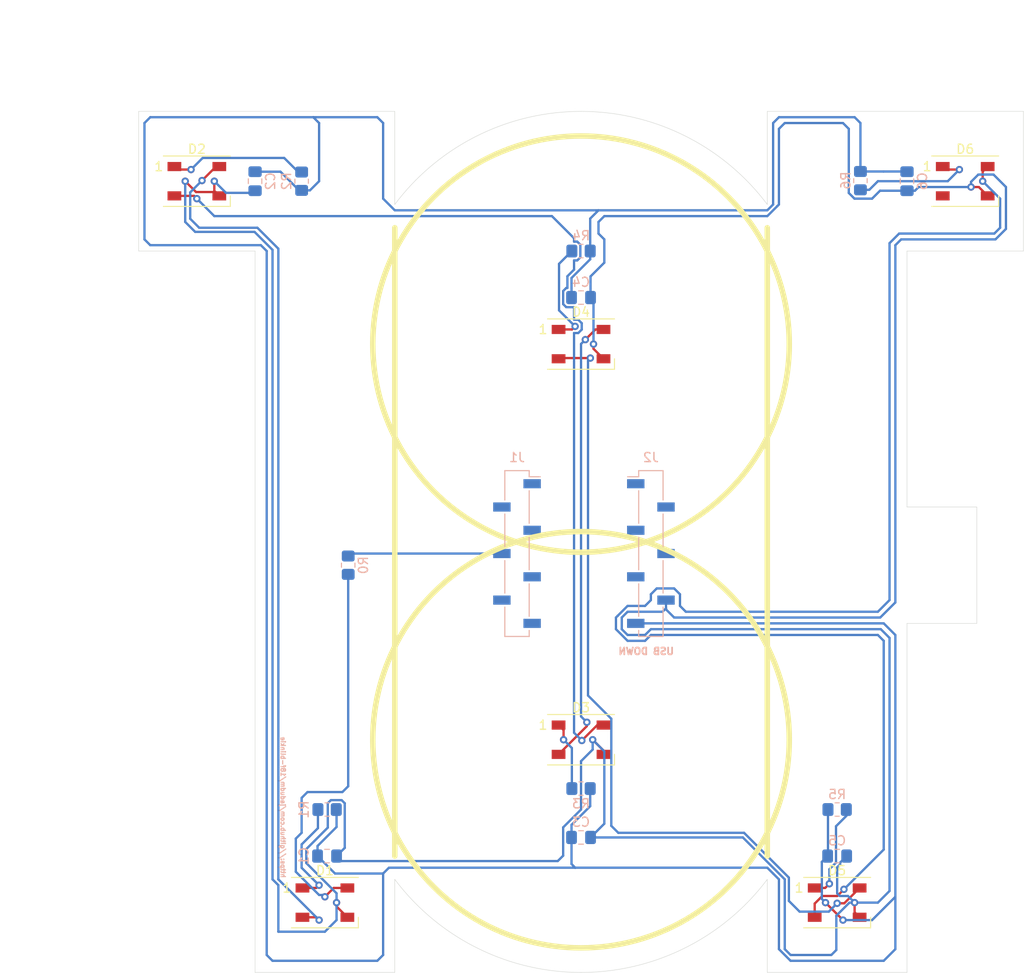
<source format=kicad_pcb>
(kicad_pcb (version 20171130) (host pcbnew 5.1.8-db9833491~88~ubuntu20.04.1)

  (general
    (thickness 1.6)
    (drawings 31)
    (tracks 361)
    (zones 0)
    (modules 21)
    (nets 28)
  )

  (page A4)
  (layers
    (0 F.Cu signal)
    (31 B.Cu signal)
    (32 B.Adhes user)
    (33 F.Adhes user)
    (34 B.Paste user)
    (35 F.Paste user)
    (36 B.SilkS user)
    (37 F.SilkS user)
    (38 B.Mask user)
    (39 F.Mask user)
    (40 Dwgs.User user)
    (41 Cmts.User user)
    (42 Eco1.User user)
    (43 Eco2.User user)
    (44 Edge.Cuts user)
    (45 Margin user)
    (46 B.CrtYd user)
    (47 F.CrtYd user)
    (48 B.Fab user hide)
    (49 F.Fab user)
  )

  (setup
    (last_trace_width 0.25)
    (trace_clearance 0.2)
    (zone_clearance 0.508)
    (zone_45_only no)
    (trace_min 0.2)
    (via_size 0.8)
    (via_drill 0.4)
    (via_min_size 0.4)
    (via_min_drill 0.3)
    (uvia_size 0.3)
    (uvia_drill 0.1)
    (uvias_allowed no)
    (uvia_min_size 0.2)
    (uvia_min_drill 0.1)
    (edge_width 0.05)
    (segment_width 0.2)
    (pcb_text_width 0.3)
    (pcb_text_size 1.5 1.5)
    (mod_edge_width 0.12)
    (mod_text_size 1 1)
    (mod_text_width 0.15)
    (pad_size 1.524 1.524)
    (pad_drill 0.762)
    (pad_to_mask_clearance 0)
    (aux_axis_origin 0 0)
    (visible_elements FFFFFF7F)
    (pcbplotparams
      (layerselection 0x010f0_ffffffff)
      (usegerberextensions true)
      (usegerberattributes true)
      (usegerberadvancedattributes true)
      (creategerberjobfile true)
      (excludeedgelayer true)
      (linewidth 0.100000)
      (plotframeref false)
      (viasonmask false)
      (mode 1)
      (useauxorigin false)
      (hpglpennumber 1)
      (hpglpenspeed 20)
      (hpglpendiameter 15.000000)
      (psnegative false)
      (psa4output false)
      (plotreference true)
      (plotvalue true)
      (plotinvisibletext false)
      (padsonsilk false)
      (subtractmaskfromsilk false)
      (outputformat 1)
      (mirror false)
      (drillshape 0)
      (scaleselection 1)
      (outputdirectory "/home/jadudm/Documents/GERBER/"))
  )

  (net 0 "")
  (net 1 "Net-(J1-Pad6)")
  (net 2 "Net-(J1-Pad4)")
  (net 3 "Net-(J1-Pad2)")
  (net 4 "Net-(J1-Pad7)")
  (net 5 "Net-(J1-Pad5)")
  (net 6 "Net-(J1-Pad3)")
  (net 7 "Net-(J1-Pad1)")
  (net 8 "Net-(J2-Pad4)")
  (net 9 "Net-(J2-Pad2)")
  (net 10 "Net-(J2-Pad5)")
  (net 11 "Net-(J2-Pad3)")
  (net 12 "Net-(J2-Pad1)")
  (net 13 "Net-(D1-Pad2)")
  (net 14 "Net-(D2-Pad2)")
  (net 15 "Net-(D3-Pad2)")
  (net 16 "Net-(D4-Pad2)")
  (net 17 "Net-(D5-Pad2)")
  (net 18 "Net-(D6-Pad2)")
  (net 19 5V)
  (net 20 GND)
  (net 21 DATA)
  (net 22 "Net-(D1-Pad1)")
  (net 23 "Net-(D2-Pad1)")
  (net 24 "Net-(D3-Pad1)")
  (net 25 "Net-(D4-Pad1)")
  (net 26 "Net-(D5-Pad1)")
  (net 27 "Net-(D6-Pad1)")

  (net_class Default "This is the default net class."
    (clearance 0.2)
    (trace_width 0.25)
    (via_dia 0.8)
    (via_drill 0.4)
    (uvia_dia 0.3)
    (uvia_drill 0.1)
    (add_net 5V)
    (add_net DATA)
    (add_net GND)
    (add_net "Net-(D1-Pad1)")
    (add_net "Net-(D1-Pad2)")
    (add_net "Net-(D2-Pad1)")
    (add_net "Net-(D2-Pad2)")
    (add_net "Net-(D3-Pad1)")
    (add_net "Net-(D3-Pad2)")
    (add_net "Net-(D4-Pad1)")
    (add_net "Net-(D4-Pad2)")
    (add_net "Net-(D5-Pad1)")
    (add_net "Net-(D5-Pad2)")
    (add_net "Net-(D6-Pad1)")
    (add_net "Net-(D6-Pad2)")
    (add_net "Net-(J1-Pad1)")
    (add_net "Net-(J1-Pad2)")
    (add_net "Net-(J1-Pad3)")
    (add_net "Net-(J1-Pad4)")
    (add_net "Net-(J1-Pad5)")
    (add_net "Net-(J1-Pad6)")
    (add_net "Net-(J1-Pad7)")
    (add_net "Net-(J2-Pad1)")
    (add_net "Net-(J2-Pad2)")
    (add_net "Net-(J2-Pad3)")
    (add_net "Net-(J2-Pad4)")
    (add_net "Net-(J2-Pad5)")
  )

  (module Resistor_SMD:R_0805_2012Metric_Pad1.20x1.40mm_HandSolder (layer B.Cu) (tedit 5F68FEEE) (tstamp 5FB97D27)
    (at 147.32 58.42 270)
    (descr "Resistor SMD 0805 (2012 Metric), square (rectangular) end terminal, IPC_7351 nominal with elongated pad for handsoldering. (Body size source: IPC-SM-782 page 72, https://www.pcb-3d.com/wordpress/wp-content/uploads/ipc-sm-782a_amendment_1_and_2.pdf), generated with kicad-footprint-generator")
    (tags "resistor handsolder")
    (path /5FC0475F)
    (attr smd)
    (fp_text reference R2 (at 0 1.65 270) (layer B.SilkS)
      (effects (font (size 1 1) (thickness 0.15)) (justify mirror))
    )
    (fp_text value 220R (at 0 -1.65 270) (layer B.Fab)
      (effects (font (size 1 1) (thickness 0.15)) (justify mirror))
    )
    (fp_line (start 1.85 -0.95) (end -1.85 -0.95) (layer B.CrtYd) (width 0.05))
    (fp_line (start 1.85 0.95) (end 1.85 -0.95) (layer B.CrtYd) (width 0.05))
    (fp_line (start -1.85 0.95) (end 1.85 0.95) (layer B.CrtYd) (width 0.05))
    (fp_line (start -1.85 -0.95) (end -1.85 0.95) (layer B.CrtYd) (width 0.05))
    (fp_line (start -0.227064 -0.735) (end 0.227064 -0.735) (layer B.SilkS) (width 0.12))
    (fp_line (start -0.227064 0.735) (end 0.227064 0.735) (layer B.SilkS) (width 0.12))
    (fp_line (start 1 -0.625) (end -1 -0.625) (layer B.Fab) (width 0.1))
    (fp_line (start 1 0.625) (end 1 -0.625) (layer B.Fab) (width 0.1))
    (fp_line (start -1 0.625) (end 1 0.625) (layer B.Fab) (width 0.1))
    (fp_line (start -1 -0.625) (end -1 0.625) (layer B.Fab) (width 0.1))
    (fp_text user %R (at 0 0 270) (layer B.Fab)
      (effects (font (size 0.5 0.5) (thickness 0.08)) (justify mirror))
    )
    (pad 2 smd roundrect (at 1 0 270) (size 1.2 1.4) (layers B.Cu B.Paste B.Mask) (roundrect_rratio 0.208333)
      (net 19 5V))
    (pad 1 smd roundrect (at -1 0 270) (size 1.2 1.4) (layers B.Cu B.Paste B.Mask) (roundrect_rratio 0.208333)
      (net 23 "Net-(D2-Pad1)"))
    (model ${KISYS3DMOD}/Resistor_SMD.3dshapes/R_0805_2012Metric.wrl
      (at (xyz 0 0 0))
      (scale (xyz 1 1 1))
      (rotate (xyz 0 0 0))
    )
  )

  (module Resistor_SMD:R_0805_2012Metric_Pad1.20x1.40mm_HandSolder (layer B.Cu) (tedit 5F68FEEE) (tstamp 5FB97D49)
    (at 177.8 66.04)
    (descr "Resistor SMD 0805 (2012 Metric), square (rectangular) end terminal, IPC_7351 nominal with elongated pad for handsoldering. (Body size source: IPC-SM-782 page 72, https://www.pcb-3d.com/wordpress/wp-content/uploads/ipc-sm-782a_amendment_1_and_2.pdf), generated with kicad-footprint-generator")
    (tags "resistor handsolder")
    (path /5FC052AB)
    (attr smd)
    (fp_text reference R4 (at 0.0094 -1.6764) (layer B.SilkS)
      (effects (font (size 1 1) (thickness 0.15)) (justify mirror))
    )
    (fp_text value 220R (at 0 -1.65) (layer B.Fab)
      (effects (font (size 1 1) (thickness 0.15)) (justify mirror))
    )
    (fp_line (start 1.85 -0.95) (end -1.85 -0.95) (layer B.CrtYd) (width 0.05))
    (fp_line (start 1.85 0.95) (end 1.85 -0.95) (layer B.CrtYd) (width 0.05))
    (fp_line (start -1.85 0.95) (end 1.85 0.95) (layer B.CrtYd) (width 0.05))
    (fp_line (start -1.85 -0.95) (end -1.85 0.95) (layer B.CrtYd) (width 0.05))
    (fp_line (start -0.227064 -0.735) (end 0.227064 -0.735) (layer B.SilkS) (width 0.12))
    (fp_line (start -0.227064 0.735) (end 0.227064 0.735) (layer B.SilkS) (width 0.12))
    (fp_line (start 1 -0.625) (end -1 -0.625) (layer B.Fab) (width 0.1))
    (fp_line (start 1 0.625) (end 1 -0.625) (layer B.Fab) (width 0.1))
    (fp_line (start -1 0.625) (end 1 0.625) (layer B.Fab) (width 0.1))
    (fp_line (start -1 -0.625) (end -1 0.625) (layer B.Fab) (width 0.1))
    (fp_text user %R (at 0 0) (layer B.Fab)
      (effects (font (size 0.5 0.5) (thickness 0.08)) (justify mirror))
    )
    (pad 2 smd roundrect (at 1 0) (size 1.2 1.4) (layers B.Cu B.Paste B.Mask) (roundrect_rratio 0.208333)
      (net 19 5V))
    (pad 1 smd roundrect (at -1 0) (size 1.2 1.4) (layers B.Cu B.Paste B.Mask) (roundrect_rratio 0.208333)
      (net 25 "Net-(D4-Pad1)"))
    (model ${KISYS3DMOD}/Resistor_SMD.3dshapes/R_0805_2012Metric.wrl
      (at (xyz 0 0 0))
      (scale (xyz 1 1 1))
      (rotate (xyz 0 0 0))
    )
  )

  (module Resistor_SMD:R_0805_2012Metric_Pad1.20x1.40mm_HandSolder (layer B.Cu) (tedit 5F68FEEE) (tstamp 5FB97D38)
    (at 177.8 124.714)
    (descr "Resistor SMD 0805 (2012 Metric), square (rectangular) end terminal, IPC_7351 nominal with elongated pad for handsoldering. (Body size source: IPC-SM-782 page 72, https://www.pcb-3d.com/wordpress/wp-content/uploads/ipc-sm-782a_amendment_1_and_2.pdf), generated with kicad-footprint-generator")
    (tags "resistor handsolder")
    (path /5FC04D32)
    (attr smd)
    (fp_text reference R3 (at 0 1.65) (layer B.SilkS)
      (effects (font (size 1 1) (thickness 0.15)) (justify mirror))
    )
    (fp_text value 220R (at 0 -1.65) (layer B.Fab)
      (effects (font (size 1 1) (thickness 0.15)) (justify mirror))
    )
    (fp_line (start 1.85 -0.95) (end -1.85 -0.95) (layer B.CrtYd) (width 0.05))
    (fp_line (start 1.85 0.95) (end 1.85 -0.95) (layer B.CrtYd) (width 0.05))
    (fp_line (start -1.85 0.95) (end 1.85 0.95) (layer B.CrtYd) (width 0.05))
    (fp_line (start -1.85 -0.95) (end -1.85 0.95) (layer B.CrtYd) (width 0.05))
    (fp_line (start -0.227064 -0.735) (end 0.227064 -0.735) (layer B.SilkS) (width 0.12))
    (fp_line (start -0.227064 0.735) (end 0.227064 0.735) (layer B.SilkS) (width 0.12))
    (fp_line (start 1 -0.625) (end -1 -0.625) (layer B.Fab) (width 0.1))
    (fp_line (start 1 0.625) (end 1 -0.625) (layer B.Fab) (width 0.1))
    (fp_line (start -1 0.625) (end 1 0.625) (layer B.Fab) (width 0.1))
    (fp_line (start -1 -0.625) (end -1 0.625) (layer B.Fab) (width 0.1))
    (fp_text user %R (at 0 0) (layer B.Fab)
      (effects (font (size 0.5 0.5) (thickness 0.08)) (justify mirror))
    )
    (pad 2 smd roundrect (at 1 0) (size 1.2 1.4) (layers B.Cu B.Paste B.Mask) (roundrect_rratio 0.208333)
      (net 19 5V))
    (pad 1 smd roundrect (at -1 0) (size 1.2 1.4) (layers B.Cu B.Paste B.Mask) (roundrect_rratio 0.208333)
      (net 24 "Net-(D3-Pad1)"))
    (model ${KISYS3DMOD}/Resistor_SMD.3dshapes/R_0805_2012Metric.wrl
      (at (xyz 0 0 0))
      (scale (xyz 1 1 1))
      (rotate (xyz 0 0 0))
    )
  )

  (module Resistor_SMD:R_0805_2012Metric_Pad1.20x1.40mm_HandSolder (layer B.Cu) (tedit 5F68FEEE) (tstamp 5FC84065)
    (at 150.098 127)
    (descr "Resistor SMD 0805 (2012 Metric), square (rectangular) end terminal, IPC_7351 nominal with elongated pad for handsoldering. (Body size source: IPC-SM-782 page 72, https://www.pcb-3d.com/wordpress/wp-content/uploads/ipc-sm-782a_amendment_1_and_2.pdf), generated with kicad-footprint-generator")
    (tags "resistor handsolder")
    (path /5FC02FF0)
    (attr smd)
    (fp_text reference R1 (at -2.524 0 270) (layer B.SilkS)
      (effects (font (size 1 1) (thickness 0.15)) (justify mirror))
    )
    (fp_text value 220R (at 0 -1.27) (layer B.Fab)
      (effects (font (size 0.5 0.5) (thickness 0.075)) (justify mirror))
    )
    (fp_line (start 1.85 -0.95) (end -1.85 -0.95) (layer B.CrtYd) (width 0.05))
    (fp_line (start 1.85 0.95) (end 1.85 -0.95) (layer B.CrtYd) (width 0.05))
    (fp_line (start -1.85 0.95) (end 1.85 0.95) (layer B.CrtYd) (width 0.05))
    (fp_line (start -1.85 -0.95) (end -1.85 0.95) (layer B.CrtYd) (width 0.05))
    (fp_line (start -0.227064 -0.735) (end 0.227064 -0.735) (layer B.SilkS) (width 0.12))
    (fp_line (start -0.227064 0.735) (end 0.227064 0.735) (layer B.SilkS) (width 0.12))
    (fp_line (start 1 -0.625) (end -1 -0.625) (layer B.Fab) (width 0.1))
    (fp_line (start 1 0.625) (end 1 -0.625) (layer B.Fab) (width 0.1))
    (fp_line (start -1 0.625) (end 1 0.625) (layer B.Fab) (width 0.1))
    (fp_line (start -1 -0.625) (end -1 0.625) (layer B.Fab) (width 0.1))
    (fp_text user %R (at 0 0) (layer B.Fab)
      (effects (font (size 0.5 0.5) (thickness 0.08)) (justify mirror))
    )
    (pad 2 smd roundrect (at 1 0) (size 1.2 1.4) (layers B.Cu B.Paste B.Mask) (roundrect_rratio 0.208333)
      (net 19 5V))
    (pad 1 smd roundrect (at -1 0) (size 1.2 1.4) (layers B.Cu B.Paste B.Mask) (roundrect_rratio 0.208333)
      (net 22 "Net-(D1-Pad1)"))
    (model ${KISYS3DMOD}/Resistor_SMD.3dshapes/R_0805_2012Metric.wrl
      (at (xyz 0 0 0))
      (scale (xyz 1 1 1))
      (rotate (xyz 0 0 0))
    )
  )

  (module Resistor_SMD:R_0805_2012Metric_Pad1.20x1.40mm_HandSolder (layer B.Cu) (tedit 5F68FEEE) (tstamp 5FC840C6)
    (at 205.74 127 180)
    (descr "Resistor SMD 0805 (2012 Metric), square (rectangular) end terminal, IPC_7351 nominal with elongated pad for handsoldering. (Body size source: IPC-SM-782 page 72, https://www.pcb-3d.com/wordpress/wp-content/uploads/ipc-sm-782a_amendment_1_and_2.pdf), generated with kicad-footprint-generator")
    (tags "resistor handsolder")
    (path /5FC058B4)
    (attr smd)
    (fp_text reference R5 (at 0 1.65) (layer B.SilkS)
      (effects (font (size 1 1) (thickness 0.15)) (justify mirror))
    )
    (fp_text value 220R (at 0 -1.65) (layer B.Fab)
      (effects (font (size 1 1) (thickness 0.15)) (justify mirror))
    )
    (fp_line (start 1.85 -0.95) (end -1.85 -0.95) (layer B.CrtYd) (width 0.05))
    (fp_line (start 1.85 0.95) (end 1.85 -0.95) (layer B.CrtYd) (width 0.05))
    (fp_line (start -1.85 0.95) (end 1.85 0.95) (layer B.CrtYd) (width 0.05))
    (fp_line (start -1.85 -0.95) (end -1.85 0.95) (layer B.CrtYd) (width 0.05))
    (fp_line (start -0.227064 -0.735) (end 0.227064 -0.735) (layer B.SilkS) (width 0.12))
    (fp_line (start -0.227064 0.735) (end 0.227064 0.735) (layer B.SilkS) (width 0.12))
    (fp_line (start 1 -0.625) (end -1 -0.625) (layer B.Fab) (width 0.1))
    (fp_line (start 1 0.625) (end 1 -0.625) (layer B.Fab) (width 0.1))
    (fp_line (start -1 0.625) (end 1 0.625) (layer B.Fab) (width 0.1))
    (fp_line (start -1 -0.625) (end -1 0.625) (layer B.Fab) (width 0.1))
    (fp_text user %R (at 0 0) (layer B.Fab)
      (effects (font (size 0.5 0.5) (thickness 0.08)) (justify mirror))
    )
    (pad 2 smd roundrect (at 1 0 180) (size 1.2 1.4) (layers B.Cu B.Paste B.Mask) (roundrect_rratio 0.208333)
      (net 19 5V))
    (pad 1 smd roundrect (at -1 0 180) (size 1.2 1.4) (layers B.Cu B.Paste B.Mask) (roundrect_rratio 0.208333)
      (net 26 "Net-(D5-Pad1)"))
    (model ${KISYS3DMOD}/Resistor_SMD.3dshapes/R_0805_2012Metric.wrl
      (at (xyz 0 0 0))
      (scale (xyz 1 1 1))
      (rotate (xyz 0 0 0))
    )
  )

  (module Resistor_SMD:R_0805_2012Metric_Pad1.20x1.40mm_HandSolder (layer B.Cu) (tedit 5F68FEEE) (tstamp 5FB991EF)
    (at 208.28 58.3598 90)
    (descr "Resistor SMD 0805 (2012 Metric), square (rectangular) end terminal, IPC_7351 nominal with elongated pad for handsoldering. (Body size source: IPC-SM-782 page 72, https://www.pcb-3d.com/wordpress/wp-content/uploads/ipc-sm-782a_amendment_1_and_2.pdf), generated with kicad-footprint-generator")
    (tags "resistor handsolder")
    (path /5FC05EA1)
    (attr smd)
    (fp_text reference R6 (at 0.016 -1.6002 270) (layer B.SilkS)
      (effects (font (size 1 1) (thickness 0.15)) (justify mirror))
    )
    (fp_text value 220R (at 0 -1.65 270) (layer B.Fab)
      (effects (font (size 1 1) (thickness 0.15)) (justify mirror))
    )
    (fp_line (start 1.85 -0.95) (end -1.85 -0.95) (layer B.CrtYd) (width 0.05))
    (fp_line (start 1.85 0.95) (end 1.85 -0.95) (layer B.CrtYd) (width 0.05))
    (fp_line (start -1.85 0.95) (end 1.85 0.95) (layer B.CrtYd) (width 0.05))
    (fp_line (start -1.85 -0.95) (end -1.85 0.95) (layer B.CrtYd) (width 0.05))
    (fp_line (start -0.227064 -0.735) (end 0.227064 -0.735) (layer B.SilkS) (width 0.12))
    (fp_line (start -0.227064 0.735) (end 0.227064 0.735) (layer B.SilkS) (width 0.12))
    (fp_line (start 1 -0.625) (end -1 -0.625) (layer B.Fab) (width 0.1))
    (fp_line (start 1 0.625) (end 1 -0.625) (layer B.Fab) (width 0.1))
    (fp_line (start -1 0.625) (end 1 0.625) (layer B.Fab) (width 0.1))
    (fp_line (start -1 -0.625) (end -1 0.625) (layer B.Fab) (width 0.1))
    (fp_text user %R (at 0 0 270) (layer B.Fab)
      (effects (font (size 0.5 0.5) (thickness 0.08)) (justify mirror))
    )
    (pad 2 smd roundrect (at 1 0 90) (size 1.2 1.4) (layers B.Cu B.Paste B.Mask) (roundrect_rratio 0.208333)
      (net 19 5V))
    (pad 1 smd roundrect (at -1 0 90) (size 1.2 1.4) (layers B.Cu B.Paste B.Mask) (roundrect_rratio 0.208333)
      (net 27 "Net-(D6-Pad1)"))
    (model ${KISYS3DMOD}/Resistor_SMD.3dshapes/R_0805_2012Metric.wrl
      (at (xyz 0 0 0))
      (scale (xyz 1 1 1))
      (rotate (xyz 0 0 0))
    )
  )

  (module LED_SMD:LED_WS2812B_PLCC4_5.0x5.0mm_P3.2mm (layer F.Cu) (tedit 5AA4B285) (tstamp 5FA87F86)
    (at 219.71 58.42)
    (descr https://cdn-shop.adafruit.com/datasheets/WS2812B.pdf)
    (tags "LED RGB NeoPixel")
    (path /5FAA5B9C)
    (attr smd)
    (fp_text reference D6 (at 0 -3.5) (layer F.SilkS)
      (effects (font (size 1 1) (thickness 0.15)))
    )
    (fp_text value WS2812B (at 0 4) (layer F.Fab) hide
      (effects (font (size 1 1) (thickness 0.15)))
    )
    (fp_line (start 3.45 -2.75) (end -3.45 -2.75) (layer F.CrtYd) (width 0.05))
    (fp_line (start 3.45 2.75) (end 3.45 -2.75) (layer F.CrtYd) (width 0.05))
    (fp_line (start -3.45 2.75) (end 3.45 2.75) (layer F.CrtYd) (width 0.05))
    (fp_line (start -3.45 -2.75) (end -3.45 2.75) (layer F.CrtYd) (width 0.05))
    (fp_line (start 2.5 1.5) (end 1.5 2.5) (layer F.Fab) (width 0.1))
    (fp_line (start -2.5 -2.5) (end -2.5 2.5) (layer F.Fab) (width 0.1))
    (fp_line (start -2.5 2.5) (end 2.5 2.5) (layer F.Fab) (width 0.1))
    (fp_line (start 2.5 2.5) (end 2.5 -2.5) (layer F.Fab) (width 0.1))
    (fp_line (start 2.5 -2.5) (end -2.5 -2.5) (layer F.Fab) (width 0.1))
    (fp_line (start -3.65 -2.75) (end 3.65 -2.75) (layer F.SilkS) (width 0.12))
    (fp_line (start -3.65 2.75) (end 3.65 2.75) (layer F.SilkS) (width 0.12))
    (fp_line (start 3.65 2.75) (end 3.65 1.6) (layer F.SilkS) (width 0.12))
    (fp_circle (center 0 0) (end 0 -2) (layer F.Fab) (width 0.1))
    (fp_text user 1 (at -4.15 -1.6) (layer F.SilkS)
      (effects (font (size 1 1) (thickness 0.15)))
    )
    (fp_text user %R (at 0 0) (layer F.Fab)
      (effects (font (size 0.8 0.8) (thickness 0.15)))
    )
    (pad 3 smd rect (at 2.45 1.6) (size 1.5 1) (layers F.Cu F.Paste F.Mask)
      (net 20 GND))
    (pad 4 smd rect (at 2.45 -1.6) (size 1.5 1) (layers F.Cu F.Paste F.Mask)
      (net 17 "Net-(D5-Pad2)"))
    (pad 2 smd rect (at -2.45 1.6) (size 1.5 1) (layers F.Cu F.Paste F.Mask)
      (net 18 "Net-(D6-Pad2)"))
    (pad 1 smd rect (at -2.45 -1.6) (size 1.5 1) (layers F.Cu F.Paste F.Mask)
      (net 27 "Net-(D6-Pad1)"))
    (model ${KISYS3DMOD}/LED_SMD.3dshapes/LED_WS2812B_PLCC4_5.0x5.0mm_P3.2mm.wrl
      (at (xyz 0 0 0))
      (scale (xyz 1 1 1))
      (rotate (xyz 0 0 0))
    )
  )

  (module Resistor_SMD:R_0805_2012Metric_Pad1.20x1.40mm_HandSolder (layer B.Cu) (tedit 5F68FEEE) (tstamp 5FB97FD9)
    (at 152.4 100.33 90)
    (descr "Resistor SMD 0805 (2012 Metric), square (rectangular) end terminal, IPC_7351 nominal with elongated pad for handsoldering. (Body size source: IPC-SM-782 page 72, https://www.pcb-3d.com/wordpress/wp-content/uploads/ipc-sm-782a_amendment_1_and_2.pdf), generated with kicad-footprint-generator")
    (tags "resistor handsolder")
    (path /5FB36435)
    (attr smd)
    (fp_text reference R0 (at 0 1.65 90) (layer B.SilkS)
      (effects (font (size 1 1) (thickness 0.15)) (justify mirror))
    )
    (fp_text value 220 (at 0 -1.65 90) (layer B.Fab)
      (effects (font (size 1 1) (thickness 0.15)) (justify mirror))
    )
    (fp_line (start 1.85 -0.95) (end -1.85 -0.95) (layer B.CrtYd) (width 0.05))
    (fp_line (start 1.85 0.95) (end 1.85 -0.95) (layer B.CrtYd) (width 0.05))
    (fp_line (start -1.85 0.95) (end 1.85 0.95) (layer B.CrtYd) (width 0.05))
    (fp_line (start -1.85 -0.95) (end -1.85 0.95) (layer B.CrtYd) (width 0.05))
    (fp_line (start -0.227064 -0.735) (end 0.227064 -0.735) (layer B.SilkS) (width 0.12))
    (fp_line (start -0.227064 0.735) (end 0.227064 0.735) (layer B.SilkS) (width 0.12))
    (fp_line (start 1 -0.625) (end -1 -0.625) (layer B.Fab) (width 0.1))
    (fp_line (start 1 0.625) (end 1 -0.625) (layer B.Fab) (width 0.1))
    (fp_line (start -1 0.625) (end 1 0.625) (layer B.Fab) (width 0.1))
    (fp_line (start -1 -0.625) (end -1 0.625) (layer B.Fab) (width 0.1))
    (fp_text user %R (at 0 0 90) (layer B.Fab)
      (effects (font (size 0.5 0.5) (thickness 0.08)) (justify mirror))
    )
    (pad 1 smd roundrect (at -1 0 90) (size 1.2 1.4) (layers B.Cu B.Paste B.Mask) (roundrect_rratio 0.2083325)
      (net 21 DATA))
    (pad 2 smd roundrect (at 1 0 90) (size 1.2 1.4) (layers B.Cu B.Paste B.Mask) (roundrect_rratio 0.2083325)
      (net 2 "Net-(J1-Pad4)"))
    (model ${KISYS3DMOD}/Resistor_SMD.3dshapes/R_0805_2012Metric.wrl
      (at (xyz 0 0 0))
      (scale (xyz 1 1 1))
      (rotate (xyz 0 0 0))
    )
  )

  (module Connector_PinSocket_2.54mm:PinSocket_1x07_P2.54mm_Vertical_SMD_Pin1Left (layer B.Cu) (tedit 5A19A427) (tstamp 5FC84262)
    (at 170.815 99.06 180)
    (descr "surface-mounted straight socket strip, 1x07, 2.54mm pitch, single row, style 1 (pin 1 left) (https://cdn.harwin.com/pdfs/M20-786.pdf), script generated")
    (tags "Surface mounted socket strip SMD 1x07 2.54mm single row style1 pin1 left")
    (path /5FB1CD59)
    (attr smd)
    (fp_text reference J1 (at 0 10.49) (layer B.SilkS)
      (effects (font (size 1 1) (thickness 0.15)) (justify mirror))
    )
    (fp_text value Conn_01x07_Female (at 0 -10.49) (layer B.Fab) hide
      (effects (font (size 1 1) (thickness 0.15)) (justify mirror))
    )
    (fp_line (start -1.33 9.05) (end 1.33 9.05) (layer B.SilkS) (width 0.12))
    (fp_line (start 1.33 9.05) (end 1.33 5.84) (layer B.SilkS) (width 0.12))
    (fp_line (start 1.33 4.32) (end 1.33 0.76) (layer B.SilkS) (width 0.12))
    (fp_line (start 1.33 -0.76) (end 1.33 -4.32) (layer B.SilkS) (width 0.12))
    (fp_line (start 1.33 -5.84) (end 1.33 -9.05) (layer B.SilkS) (width 0.12))
    (fp_line (start -1.33 -9.05) (end 1.33 -9.05) (layer B.SilkS) (width 0.12))
    (fp_line (start -1.33 9.05) (end -1.33 8.38) (layer B.SilkS) (width 0.12))
    (fp_line (start -1.33 6.86) (end -1.33 3.3) (layer B.SilkS) (width 0.12))
    (fp_line (start -1.33 1.78) (end -1.33 -1.78) (layer B.SilkS) (width 0.12))
    (fp_line (start -1.33 -3.3) (end -1.33 -6.86) (layer B.SilkS) (width 0.12))
    (fp_line (start -1.33 -8.38) (end -1.33 -9.05) (layer B.SilkS) (width 0.12))
    (fp_line (start -2.54 8.38) (end -1.33 8.38) (layer B.SilkS) (width 0.12))
    (fp_line (start -0.635 8.99) (end 1.27 8.99) (layer B.Fab) (width 0.1))
    (fp_line (start 1.27 8.99) (end 1.27 -8.99) (layer B.Fab) (width 0.1))
    (fp_line (start 1.27 -8.99) (end -1.27 -8.99) (layer B.Fab) (width 0.1))
    (fp_line (start -1.27 -8.99) (end -1.27 8.355) (layer B.Fab) (width 0.1))
    (fp_line (start -1.27 8.355) (end -0.635 8.99) (layer B.Fab) (width 0.1))
    (fp_line (start -2.27 7.92) (end -1.27 7.92) (layer B.Fab) (width 0.1))
    (fp_line (start -1.27 7.32) (end -2.27 7.32) (layer B.Fab) (width 0.1))
    (fp_line (start -2.27 7.32) (end -2.27 7.92) (layer B.Fab) (width 0.1))
    (fp_line (start 1.27 5.38) (end 2.27 5.38) (layer B.Fab) (width 0.1))
    (fp_line (start 2.27 5.38) (end 2.27 4.78) (layer B.Fab) (width 0.1))
    (fp_line (start 2.27 4.78) (end 1.27 4.78) (layer B.Fab) (width 0.1))
    (fp_line (start -2.27 2.84) (end -1.27 2.84) (layer B.Fab) (width 0.1))
    (fp_line (start -1.27 2.24) (end -2.27 2.24) (layer B.Fab) (width 0.1))
    (fp_line (start -2.27 2.24) (end -2.27 2.84) (layer B.Fab) (width 0.1))
    (fp_line (start 1.27 0.3) (end 2.27 0.3) (layer B.Fab) (width 0.1))
    (fp_line (start 2.27 0.3) (end 2.27 -0.3) (layer B.Fab) (width 0.1))
    (fp_line (start 2.27 -0.3) (end 1.27 -0.3) (layer B.Fab) (width 0.1))
    (fp_line (start -2.27 -2.24) (end -1.27 -2.24) (layer B.Fab) (width 0.1))
    (fp_line (start -1.27 -2.84) (end -2.27 -2.84) (layer B.Fab) (width 0.1))
    (fp_line (start -2.27 -2.84) (end -2.27 -2.24) (layer B.Fab) (width 0.1))
    (fp_line (start 1.27 -4.78) (end 2.27 -4.78) (layer B.Fab) (width 0.1))
    (fp_line (start 2.27 -4.78) (end 2.27 -5.38) (layer B.Fab) (width 0.1))
    (fp_line (start 2.27 -5.38) (end 1.27 -5.38) (layer B.Fab) (width 0.1))
    (fp_line (start -2.27 -7.32) (end -1.27 -7.32) (layer B.Fab) (width 0.1))
    (fp_line (start -1.27 -7.92) (end -2.27 -7.92) (layer B.Fab) (width 0.1))
    (fp_line (start -2.27 -7.92) (end -2.27 -7.32) (layer B.Fab) (width 0.1))
    (fp_line (start -3.1 9.5) (end 3.1 9.5) (layer B.CrtYd) (width 0.05))
    (fp_line (start 3.1 9.5) (end 3.1 -9.5) (layer B.CrtYd) (width 0.05))
    (fp_line (start 3.1 -9.5) (end -3.1 -9.5) (layer B.CrtYd) (width 0.05))
    (fp_line (start -3.1 -9.5) (end -3.1 9.5) (layer B.CrtYd) (width 0.05))
    (fp_text user %R (at 0 0 270) (layer B.Fab)
      (effects (font (size 1 1) (thickness 0.15)) (justify mirror))
    )
    (pad 6 smd rect (at 1.65 -5.08 180) (size 1.9 1) (layers B.Cu B.Paste B.Mask)
      (net 1 "Net-(J1-Pad6)"))
    (pad 4 smd rect (at 1.65 0 180) (size 1.9 1) (layers B.Cu B.Paste B.Mask)
      (net 2 "Net-(J1-Pad4)"))
    (pad 2 smd rect (at 1.65 5.08 180) (size 1.9 1) (layers B.Cu B.Paste B.Mask)
      (net 3 "Net-(J1-Pad2)"))
    (pad 7 smd rect (at -1.65 -7.62 180) (size 1.9 1) (layers B.Cu B.Paste B.Mask)
      (net 4 "Net-(J1-Pad7)"))
    (pad 5 smd rect (at -1.65 -2.54 180) (size 1.9 1) (layers B.Cu B.Paste B.Mask)
      (net 5 "Net-(J1-Pad5)"))
    (pad 3 smd rect (at -1.65 2.54 180) (size 1.9 1) (layers B.Cu B.Paste B.Mask)
      (net 6 "Net-(J1-Pad3)"))
    (pad 1 smd rect (at -1.65 7.62 180) (size 1.9 1) (layers B.Cu B.Paste B.Mask)
      (net 7 "Net-(J1-Pad1)"))
    (model ${KISYS3DMOD}/Connector_PinSocket_2.54mm.3dshapes/PinSocket_1x07_P2.54mm_Vertical_SMD_Pin1Left.wrl
      (at (xyz 0 0 0))
      (scale (xyz 1 1 1))
      (rotate (xyz 0 0 0))
    )
  )

  (module Connector_PinSocket_2.54mm:PinSocket_1x07_P2.54mm_Vertical_SMD_Pin1Right (layer B.Cu) (tedit 5A19A42A) (tstamp 5FC84301)
    (at 185.42 99.06 180)
    (descr "surface-mounted straight socket strip, 1x07, 2.54mm pitch, single row, style 2 (pin 1 right) (https://cdn.harwin.com/pdfs/M20-786.pdf), script generated")
    (tags "Surface mounted socket strip SMD 1x07 2.54mm single row style2 pin1 right")
    (path /5FB1DC68)
    (attr smd)
    (fp_text reference J2 (at 0 10.49) (layer B.SilkS)
      (effects (font (size 1 1) (thickness 0.15)) (justify mirror))
    )
    (fp_text value Conn_01x07_Female (at 0 -10.49) (layer B.Fab) hide
      (effects (font (size 1 1) (thickness 0.15)) (justify mirror))
    )
    (fp_line (start -1.33 9.05) (end 1.33 9.05) (layer B.SilkS) (width 0.12))
    (fp_line (start 1.33 9.05) (end 1.33 8.38) (layer B.SilkS) (width 0.12))
    (fp_line (start 1.33 6.86) (end 1.33 3.3) (layer B.SilkS) (width 0.12))
    (fp_line (start 1.33 1.78) (end 1.33 -1.78) (layer B.SilkS) (width 0.12))
    (fp_line (start 1.33 -3.3) (end 1.33 -6.86) (layer B.SilkS) (width 0.12))
    (fp_line (start 1.33 -8.38) (end 1.33 -9.05) (layer B.SilkS) (width 0.12))
    (fp_line (start -1.33 -9.05) (end 1.33 -9.05) (layer B.SilkS) (width 0.12))
    (fp_line (start -1.33 9.05) (end -1.33 5.84) (layer B.SilkS) (width 0.12))
    (fp_line (start -1.33 4.32) (end -1.33 0.76) (layer B.SilkS) (width 0.12))
    (fp_line (start -1.33 -0.76) (end -1.33 -4.32) (layer B.SilkS) (width 0.12))
    (fp_line (start -1.33 -5.84) (end -1.33 -9.05) (layer B.SilkS) (width 0.12))
    (fp_line (start 1.33 8.38) (end 2.54 8.38) (layer B.SilkS) (width 0.12))
    (fp_line (start -1.27 8.99) (end 0.635 8.99) (layer B.Fab) (width 0.1))
    (fp_line (start 0.635 8.99) (end 1.27 8.355) (layer B.Fab) (width 0.1))
    (fp_line (start 1.27 8.355) (end 1.27 -8.99) (layer B.Fab) (width 0.1))
    (fp_line (start 1.27 -8.99) (end -1.27 -8.99) (layer B.Fab) (width 0.1))
    (fp_line (start -1.27 -8.99) (end -1.27 8.99) (layer B.Fab) (width 0.1))
    (fp_line (start 1.27 7.92) (end 2.27 7.92) (layer B.Fab) (width 0.1))
    (fp_line (start 2.27 7.92) (end 2.27 7.32) (layer B.Fab) (width 0.1))
    (fp_line (start 2.27 7.32) (end 1.27 7.32) (layer B.Fab) (width 0.1))
    (fp_line (start -2.27 5.38) (end -1.27 5.38) (layer B.Fab) (width 0.1))
    (fp_line (start -1.27 4.78) (end -2.27 4.78) (layer B.Fab) (width 0.1))
    (fp_line (start -2.27 4.78) (end -2.27 5.38) (layer B.Fab) (width 0.1))
    (fp_line (start 1.27 2.84) (end 2.27 2.84) (layer B.Fab) (width 0.1))
    (fp_line (start 2.27 2.84) (end 2.27 2.24) (layer B.Fab) (width 0.1))
    (fp_line (start 2.27 2.24) (end 1.27 2.24) (layer B.Fab) (width 0.1))
    (fp_line (start -2.27 0.3) (end -1.27 0.3) (layer B.Fab) (width 0.1))
    (fp_line (start -1.27 -0.3) (end -2.27 -0.3) (layer B.Fab) (width 0.1))
    (fp_line (start -2.27 -0.3) (end -2.27 0.3) (layer B.Fab) (width 0.1))
    (fp_line (start 1.27 -2.24) (end 2.27 -2.24) (layer B.Fab) (width 0.1))
    (fp_line (start 2.27 -2.24) (end 2.27 -2.84) (layer B.Fab) (width 0.1))
    (fp_line (start 2.27 -2.84) (end 1.27 -2.84) (layer B.Fab) (width 0.1))
    (fp_line (start -2.27 -4.78) (end -1.27 -4.78) (layer B.Fab) (width 0.1))
    (fp_line (start -1.27 -5.38) (end -2.27 -5.38) (layer B.Fab) (width 0.1))
    (fp_line (start -2.27 -5.38) (end -2.27 -4.78) (layer B.Fab) (width 0.1))
    (fp_line (start 1.27 -7.32) (end 2.27 -7.32) (layer B.Fab) (width 0.1))
    (fp_line (start 2.27 -7.32) (end 2.27 -7.92) (layer B.Fab) (width 0.1))
    (fp_line (start 2.27 -7.92) (end 1.27 -7.92) (layer B.Fab) (width 0.1))
    (fp_line (start -3.1 9.5) (end 3.1 9.5) (layer B.CrtYd) (width 0.05))
    (fp_line (start 3.1 9.5) (end 3.1 -9.5) (layer B.CrtYd) (width 0.05))
    (fp_line (start 3.1 -9.5) (end -3.1 -9.5) (layer B.CrtYd) (width 0.05))
    (fp_line (start -3.1 -9.5) (end -3.1 9.5) (layer B.CrtYd) (width 0.05))
    (fp_text user %R (at 0 0 270) (layer B.Fab)
      (effects (font (size 1 1) (thickness 0.15)) (justify mirror))
    )
    (pad 7 smd rect (at 1.65 -7.62 180) (size 1.9 1) (layers B.Cu B.Paste B.Mask)
      (net 19 5V))
    (pad 5 smd rect (at 1.65 -2.54 180) (size 1.9 1) (layers B.Cu B.Paste B.Mask)
      (net 10 "Net-(J2-Pad5)"))
    (pad 3 smd rect (at 1.65 2.54 180) (size 1.9 1) (layers B.Cu B.Paste B.Mask)
      (net 11 "Net-(J2-Pad3)"))
    (pad 1 smd rect (at 1.65 7.62 180) (size 1.9 1) (layers B.Cu B.Paste B.Mask)
      (net 12 "Net-(J2-Pad1)"))
    (pad 6 smd rect (at -1.65 -5.08 180) (size 1.9 1) (layers B.Cu B.Paste B.Mask)
      (net 20 GND))
    (pad 4 smd rect (at -1.65 0 180) (size 1.9 1) (layers B.Cu B.Paste B.Mask)
      (net 8 "Net-(J2-Pad4)"))
    (pad 2 smd rect (at -1.65 5.08 180) (size 1.9 1) (layers B.Cu B.Paste B.Mask)
      (net 9 "Net-(J2-Pad2)"))
    (model ${KISYS3DMOD}/Connector_PinSocket_2.54mm.3dshapes/PinSocket_1x07_P2.54mm_Vertical_SMD_Pin1Right.wrl
      (at (xyz 0 0 0))
      (scale (xyz 1 1 1))
      (rotate (xyz 0 0 0))
    )
  )

  (module LED_SMD:LED_WS2812B_PLCC4_5.0x5.0mm_P3.2mm (layer F.Cu) (tedit 5AA4B285) (tstamp 5FA87F58)
    (at 177.8 76.2)
    (descr https://cdn-shop.adafruit.com/datasheets/WS2812B.pdf)
    (tags "LED RGB NeoPixel")
    (path /5FA9450A)
    (attr smd)
    (fp_text reference D4 (at 0 -3.5) (layer F.SilkS)
      (effects (font (size 1 1) (thickness 0.15)))
    )
    (fp_text value WS2812B (at 0 4) (layer F.Fab) hide
      (effects (font (size 1 1) (thickness 0.15)))
    )
    (fp_circle (center 0 0) (end 0 -2) (layer F.Fab) (width 0.1))
    (fp_line (start 3.65 2.75) (end 3.65 1.6) (layer F.SilkS) (width 0.12))
    (fp_line (start -3.65 2.75) (end 3.65 2.75) (layer F.SilkS) (width 0.12))
    (fp_line (start -3.65 -2.75) (end 3.65 -2.75) (layer F.SilkS) (width 0.12))
    (fp_line (start 2.5 -2.5) (end -2.5 -2.5) (layer F.Fab) (width 0.1))
    (fp_line (start 2.5 2.5) (end 2.5 -2.5) (layer F.Fab) (width 0.1))
    (fp_line (start -2.5 2.5) (end 2.5 2.5) (layer F.Fab) (width 0.1))
    (fp_line (start -2.5 -2.5) (end -2.5 2.5) (layer F.Fab) (width 0.1))
    (fp_line (start 2.5 1.5) (end 1.5 2.5) (layer F.Fab) (width 0.1))
    (fp_line (start -3.45 -2.75) (end -3.45 2.75) (layer F.CrtYd) (width 0.05))
    (fp_line (start -3.45 2.75) (end 3.45 2.75) (layer F.CrtYd) (width 0.05))
    (fp_line (start 3.45 2.75) (end 3.45 -2.75) (layer F.CrtYd) (width 0.05))
    (fp_line (start 3.45 -2.75) (end -3.45 -2.75) (layer F.CrtYd) (width 0.05))
    (fp_text user %R (at 0 0) (layer F.Fab)
      (effects (font (size 0.8 0.8) (thickness 0.15)))
    )
    (fp_text user 1 (at -4.15 -1.6) (layer F.SilkS)
      (effects (font (size 1 1) (thickness 0.15)))
    )
    (pad 1 smd rect (at -2.45 -1.6) (size 1.5 1) (layers F.Cu F.Paste F.Mask)
      (net 25 "Net-(D4-Pad1)"))
    (pad 2 smd rect (at -2.45 1.6) (size 1.5 1) (layers F.Cu F.Paste F.Mask)
      (net 16 "Net-(D4-Pad2)"))
    (pad 4 smd rect (at 2.45 -1.6) (size 1.5 1) (layers F.Cu F.Paste F.Mask)
      (net 15 "Net-(D3-Pad2)"))
    (pad 3 smd rect (at 2.45 1.6) (size 1.5 1) (layers F.Cu F.Paste F.Mask)
      (net 20 GND))
    (model ${KISYS3DMOD}/LED_SMD.3dshapes/LED_WS2812B_PLCC4_5.0x5.0mm_P3.2mm.wrl
      (at (xyz 0 0 0))
      (scale (xyz 1 1 1))
      (rotate (xyz 0 0 0))
    )
  )

  (module Capacitor_SMD:C_0805_2012Metric_Pad1.18x1.45mm_HandSolder (layer B.Cu) (tedit 5F68FEEF) (tstamp 5FA87E9F)
    (at 177.8 130.048 180)
    (descr "Capacitor SMD 0805 (2012 Metric), square (rectangular) end terminal, IPC_7351 nominal with elongated pad for handsoldering. (Body size source: IPC-SM-782 page 76, https://www.pcb-3d.com/wordpress/wp-content/uploads/ipc-sm-782a_amendment_1_and_2.pdf, https://docs.google.com/spreadsheets/d/1BsfQQcO9C6DZCsRaXUlFlo91Tg2WpOkGARC1WS5S8t0/edit?usp=sharing), generated with kicad-footprint-generator")
    (tags "capacitor handsolder")
    (path /5FAAFBEE)
    (attr smd)
    (fp_text reference C3 (at 0 1.68) (layer B.SilkS)
      (effects (font (size 1 1) (thickness 0.15)) (justify mirror))
    )
    (fp_text value C (at 0 -1.68) (layer B.Fab)
      (effects (font (size 1 1) (thickness 0.15)) (justify mirror))
    )
    (fp_line (start 1.88 -0.98) (end -1.88 -0.98) (layer B.CrtYd) (width 0.05))
    (fp_line (start 1.88 0.98) (end 1.88 -0.98) (layer B.CrtYd) (width 0.05))
    (fp_line (start -1.88 0.98) (end 1.88 0.98) (layer B.CrtYd) (width 0.05))
    (fp_line (start -1.88 -0.98) (end -1.88 0.98) (layer B.CrtYd) (width 0.05))
    (fp_line (start -0.261252 -0.735) (end 0.261252 -0.735) (layer B.SilkS) (width 0.12))
    (fp_line (start -0.261252 0.735) (end 0.261252 0.735) (layer B.SilkS) (width 0.12))
    (fp_line (start 1 -0.625) (end -1 -0.625) (layer B.Fab) (width 0.1))
    (fp_line (start 1 0.625) (end 1 -0.625) (layer B.Fab) (width 0.1))
    (fp_line (start -1 0.625) (end 1 0.625) (layer B.Fab) (width 0.1))
    (fp_line (start -1 -0.625) (end -1 0.625) (layer B.Fab) (width 0.1))
    (fp_text user %R (at 0 0) (layer B.Fab)
      (effects (font (size 0.5 0.5) (thickness 0.08)) (justify mirror))
    )
    (pad 2 smd roundrect (at 1.0375 0 180) (size 1.175 1.45) (layers B.Cu B.Paste B.Mask) (roundrect_rratio 0.2127659574468085)
      (net 19 5V))
    (pad 1 smd roundrect (at -1.0375 0 180) (size 1.175 1.45) (layers B.Cu B.Paste B.Mask) (roundrect_rratio 0.2127659574468085)
      (net 20 GND))
    (model ${KISYS3DMOD}/Capacitor_SMD.3dshapes/C_0805_2012Metric.wrl
      (at (xyz 0 0 0))
      (scale (xyz 1 1 1))
      (rotate (xyz 0 0 0))
    )
  )

  (module LED_SMD:LED_WS2812B_PLCC4_5.0x5.0mm_P3.2mm (layer F.Cu) (tedit 5AA4B285) (tstamp 5FA97F3B)
    (at 177.8 119.38)
    (descr https://cdn-shop.adafruit.com/datasheets/WS2812B.pdf)
    (tags "LED RGB NeoPixel")
    (path /5FA93325)
    (attr smd)
    (fp_text reference D3 (at 0 -3.5) (layer F.SilkS)
      (effects (font (size 1 1) (thickness 0.15)))
    )
    (fp_text value WS2812B (at 0 4) (layer F.Fab) hide
      (effects (font (size 1 1) (thickness 0.15)))
    )
    (fp_circle (center 0 0) (end 0 -2) (layer F.Fab) (width 0.1))
    (fp_line (start 3.65 2.75) (end 3.65 1.6) (layer F.SilkS) (width 0.12))
    (fp_line (start -3.65 2.75) (end 3.65 2.75) (layer F.SilkS) (width 0.12))
    (fp_line (start -3.65 -2.75) (end 3.65 -2.75) (layer F.SilkS) (width 0.12))
    (fp_line (start 2.5 -2.5) (end -2.5 -2.5) (layer F.Fab) (width 0.1))
    (fp_line (start 2.5 2.5) (end 2.5 -2.5) (layer F.Fab) (width 0.1))
    (fp_line (start -2.5 2.5) (end 2.5 2.5) (layer F.Fab) (width 0.1))
    (fp_line (start -2.5 -2.5) (end -2.5 2.5) (layer F.Fab) (width 0.1))
    (fp_line (start 2.5 1.5) (end 1.5 2.5) (layer F.Fab) (width 0.1))
    (fp_line (start -3.45 -2.75) (end -3.45 2.75) (layer F.CrtYd) (width 0.05))
    (fp_line (start -3.45 2.75) (end 3.45 2.75) (layer F.CrtYd) (width 0.05))
    (fp_line (start 3.45 2.75) (end 3.45 -2.75) (layer F.CrtYd) (width 0.05))
    (fp_line (start 3.45 -2.75) (end -3.45 -2.75) (layer F.CrtYd) (width 0.05))
    (fp_text user %R (at 0 0) (layer F.Fab)
      (effects (font (size 0.8 0.8) (thickness 0.15)))
    )
    (fp_text user 1 (at -4.15 -1.6) (layer F.SilkS)
      (effects (font (size 1 1) (thickness 0.15)))
    )
    (pad 1 smd rect (at -2.45 -1.6) (size 1.5 1) (layers F.Cu F.Paste F.Mask)
      (net 24 "Net-(D3-Pad1)"))
    (pad 2 smd rect (at -2.45 1.6) (size 1.5 1) (layers F.Cu F.Paste F.Mask)
      (net 15 "Net-(D3-Pad2)"))
    (pad 4 smd rect (at 2.45 -1.6) (size 1.5 1) (layers F.Cu F.Paste F.Mask)
      (net 14 "Net-(D2-Pad2)"))
    (pad 3 smd rect (at 2.45 1.6) (size 1.5 1) (layers F.Cu F.Paste F.Mask)
      (net 20 GND))
    (model ${KISYS3DMOD}/LED_SMD.3dshapes/LED_WS2812B_PLCC4_5.0x5.0mm_P3.2mm.wrl
      (at (xyz 0 0 0))
      (scale (xyz 1 1 1))
      (rotate (xyz 0 0 0))
    )
  )

  (module LED_SMD:LED_WS2812B_PLCC4_5.0x5.0mm_P3.2mm (layer F.Cu) (tedit 5AA4B285) (tstamp 5FA87F6F)
    (at 205.74 137.16)
    (descr https://cdn-shop.adafruit.com/datasheets/WS2812B.pdf)
    (tags "LED RGB NeoPixel")
    (path /5FA94DCB)
    (attr smd)
    (fp_text reference D5 (at 0 -3.5) (layer F.SilkS)
      (effects (font (size 1 1) (thickness 0.15)))
    )
    (fp_text value WS2812B (at 0 4) (layer F.Fab) hide
      (effects (font (size 1 1) (thickness 0.15)))
    )
    (fp_circle (center 0 0) (end 0 -2) (layer F.Fab) (width 0.1))
    (fp_line (start 3.65 2.75) (end 3.65 1.6) (layer F.SilkS) (width 0.12))
    (fp_line (start -3.65 2.75) (end 3.65 2.75) (layer F.SilkS) (width 0.12))
    (fp_line (start -3.65 -2.75) (end 3.65 -2.75) (layer F.SilkS) (width 0.12))
    (fp_line (start 2.5 -2.5) (end -2.5 -2.5) (layer F.Fab) (width 0.1))
    (fp_line (start 2.5 2.5) (end 2.5 -2.5) (layer F.Fab) (width 0.1))
    (fp_line (start -2.5 2.5) (end 2.5 2.5) (layer F.Fab) (width 0.1))
    (fp_line (start -2.5 -2.5) (end -2.5 2.5) (layer F.Fab) (width 0.1))
    (fp_line (start 2.5 1.5) (end 1.5 2.5) (layer F.Fab) (width 0.1))
    (fp_line (start -3.45 -2.75) (end -3.45 2.75) (layer F.CrtYd) (width 0.05))
    (fp_line (start -3.45 2.75) (end 3.45 2.75) (layer F.CrtYd) (width 0.05))
    (fp_line (start 3.45 2.75) (end 3.45 -2.75) (layer F.CrtYd) (width 0.05))
    (fp_line (start 3.45 -2.75) (end -3.45 -2.75) (layer F.CrtYd) (width 0.05))
    (fp_text user 1 (at -4.15 -1.6) (layer F.SilkS)
      (effects (font (size 1 1) (thickness 0.15)))
    )
    (pad 1 smd rect (at -2.45 -1.6) (size 1.5 1) (layers F.Cu F.Paste F.Mask)
      (net 26 "Net-(D5-Pad1)"))
    (pad 2 smd rect (at -2.45 1.6) (size 1.5 1) (layers F.Cu F.Paste F.Mask)
      (net 17 "Net-(D5-Pad2)"))
    (pad 4 smd rect (at 2.45 -1.6) (size 1.5 1) (layers F.Cu F.Paste F.Mask)
      (net 16 "Net-(D4-Pad2)"))
    (pad 3 smd rect (at 2.45 1.6) (size 1.5 1) (layers F.Cu F.Paste F.Mask)
      (net 20 GND))
    (model ${KISYS3DMOD}/LED_SMD.3dshapes/LED_WS2812B_PLCC4_5.0x5.0mm_P3.2mm.wrl
      (at (xyz 0 0 0))
      (scale (xyz 1 1 1))
      (rotate (xyz 0 0 0))
    )
  )

  (module Capacitor_SMD:C_0805_2012Metric_Pad1.18x1.45mm_HandSolder (layer B.Cu) (tedit 5F68FEEF) (tstamp 5FA87ED2)
    (at 213.36 58.42 90)
    (descr "Capacitor SMD 0805 (2012 Metric), square (rectangular) end terminal, IPC_7351 nominal with elongated pad for handsoldering. (Body size source: IPC-SM-782 page 76, https://www.pcb-3d.com/wordpress/wp-content/uploads/ipc-sm-782a_amendment_1_and_2.pdf, https://docs.google.com/spreadsheets/d/1BsfQQcO9C6DZCsRaXUlFlo91Tg2WpOkGARC1WS5S8t0/edit?usp=sharing), generated with kicad-footprint-generator")
    (tags "capacitor handsolder")
    (path /5FAB12AD)
    (attr smd)
    (fp_text reference C6 (at 0 1.68 270) (layer B.SilkS)
      (effects (font (size 1 1) (thickness 0.15)) (justify mirror))
    )
    (fp_text value C (at 0 -1.68 270) (layer B.Fab)
      (effects (font (size 1 1) (thickness 0.15)) (justify mirror))
    )
    (fp_line (start 1.88 -0.98) (end -1.88 -0.98) (layer B.CrtYd) (width 0.05))
    (fp_line (start 1.88 0.98) (end 1.88 -0.98) (layer B.CrtYd) (width 0.05))
    (fp_line (start -1.88 0.98) (end 1.88 0.98) (layer B.CrtYd) (width 0.05))
    (fp_line (start -1.88 -0.98) (end -1.88 0.98) (layer B.CrtYd) (width 0.05))
    (fp_line (start -0.261252 -0.735) (end 0.261252 -0.735) (layer B.SilkS) (width 0.12))
    (fp_line (start -0.261252 0.735) (end 0.261252 0.735) (layer B.SilkS) (width 0.12))
    (fp_line (start 1 -0.625) (end -1 -0.625) (layer B.Fab) (width 0.1))
    (fp_line (start 1 0.625) (end 1 -0.625) (layer B.Fab) (width 0.1))
    (fp_line (start -1 0.625) (end 1 0.625) (layer B.Fab) (width 0.1))
    (fp_line (start -1 -0.625) (end -1 0.625) (layer B.Fab) (width 0.1))
    (fp_text user %R (at 0 0 270) (layer B.Fab)
      (effects (font (size 0.5 0.5) (thickness 0.08)) (justify mirror))
    )
    (pad 2 smd roundrect (at 1.0375 0 90) (size 1.175 1.45) (layers B.Cu B.Paste B.Mask) (roundrect_rratio 0.2127659574468085)
      (net 19 5V))
    (pad 1 smd roundrect (at -1.0375 0 90) (size 1.175 1.45) (layers B.Cu B.Paste B.Mask) (roundrect_rratio 0.2127659574468085)
      (net 20 GND))
    (model ${KISYS3DMOD}/Capacitor_SMD.3dshapes/C_0805_2012Metric.wrl
      (at (xyz 0 0 0))
      (scale (xyz 1 1 1))
      (rotate (xyz 0 0 0))
    )
  )

  (module Capacitor_SMD:C_0805_2012Metric_Pad1.18x1.45mm_HandSolder (layer B.Cu) (tedit 5F68FEEF) (tstamp 5FA87EC1)
    (at 205.74 132.08 180)
    (descr "Capacitor SMD 0805 (2012 Metric), square (rectangular) end terminal, IPC_7351 nominal with elongated pad for handsoldering. (Body size source: IPC-SM-782 page 76, https://www.pcb-3d.com/wordpress/wp-content/uploads/ipc-sm-782a_amendment_1_and_2.pdf, https://docs.google.com/spreadsheets/d/1BsfQQcO9C6DZCsRaXUlFlo91Tg2WpOkGARC1WS5S8t0/edit?usp=sharing), generated with kicad-footprint-generator")
    (tags "capacitor handsolder")
    (path /5FAB0B3D)
    (attr smd)
    (fp_text reference C5 (at 0 1.68) (layer B.SilkS)
      (effects (font (size 1 1) (thickness 0.15)) (justify mirror))
    )
    (fp_text value C (at 0 -1.68) (layer B.Fab)
      (effects (font (size 1 1) (thickness 0.15)) (justify mirror))
    )
    (fp_line (start 1.88 -0.98) (end -1.88 -0.98) (layer B.CrtYd) (width 0.05))
    (fp_line (start 1.88 0.98) (end 1.88 -0.98) (layer B.CrtYd) (width 0.05))
    (fp_line (start -1.88 0.98) (end 1.88 0.98) (layer B.CrtYd) (width 0.05))
    (fp_line (start -1.88 -0.98) (end -1.88 0.98) (layer B.CrtYd) (width 0.05))
    (fp_line (start -0.261252 -0.735) (end 0.261252 -0.735) (layer B.SilkS) (width 0.12))
    (fp_line (start -0.261252 0.735) (end 0.261252 0.735) (layer B.SilkS) (width 0.12))
    (fp_line (start 1 -0.625) (end -1 -0.625) (layer B.Fab) (width 0.1))
    (fp_line (start 1 0.625) (end 1 -0.625) (layer B.Fab) (width 0.1))
    (fp_line (start -1 0.625) (end 1 0.625) (layer B.Fab) (width 0.1))
    (fp_line (start -1 -0.625) (end -1 0.625) (layer B.Fab) (width 0.1))
    (fp_text user %R (at 0 0) (layer B.Fab)
      (effects (font (size 0.5 0.5) (thickness 0.08)) (justify mirror))
    )
    (pad 2 smd roundrect (at 1.0375 0 180) (size 1.175 1.45) (layers B.Cu B.Paste B.Mask) (roundrect_rratio 0.2127659574468085)
      (net 19 5V))
    (pad 1 smd roundrect (at -1.0375 0 180) (size 1.175 1.45) (layers B.Cu B.Paste B.Mask) (roundrect_rratio 0.2127659574468085)
      (net 20 GND))
    (model ${KISYS3DMOD}/Capacitor_SMD.3dshapes/C_0805_2012Metric.wrl
      (at (xyz 0 0 0))
      (scale (xyz 1 1 1))
      (rotate (xyz 0 0 0))
    )
  )

  (module Capacitor_SMD:C_0805_2012Metric_Pad1.18x1.45mm_HandSolder (layer B.Cu) (tedit 5F68FEEF) (tstamp 5FA87EB0)
    (at 177.8 71.12 180)
    (descr "Capacitor SMD 0805 (2012 Metric), square (rectangular) end terminal, IPC_7351 nominal with elongated pad for handsoldering. (Body size source: IPC-SM-782 page 76, https://www.pcb-3d.com/wordpress/wp-content/uploads/ipc-sm-782a_amendment_1_and_2.pdf, https://docs.google.com/spreadsheets/d/1BsfQQcO9C6DZCsRaXUlFlo91Tg2WpOkGARC1WS5S8t0/edit?usp=sharing), generated with kicad-footprint-generator")
    (tags "capacitor handsolder")
    (path /5FAB036A)
    (attr smd)
    (fp_text reference C4 (at 0 1.68) (layer B.SilkS)
      (effects (font (size 1 1) (thickness 0.15)) (justify mirror))
    )
    (fp_text value C (at 0 -1.68) (layer B.Fab)
      (effects (font (size 1 1) (thickness 0.15)) (justify mirror))
    )
    (fp_line (start 1.88 -0.98) (end -1.88 -0.98) (layer B.CrtYd) (width 0.05))
    (fp_line (start 1.88 0.98) (end 1.88 -0.98) (layer B.CrtYd) (width 0.05))
    (fp_line (start -1.88 0.98) (end 1.88 0.98) (layer B.CrtYd) (width 0.05))
    (fp_line (start -1.88 -0.98) (end -1.88 0.98) (layer B.CrtYd) (width 0.05))
    (fp_line (start -0.261252 -0.735) (end 0.261252 -0.735) (layer B.SilkS) (width 0.12))
    (fp_line (start -0.261252 0.735) (end 0.261252 0.735) (layer B.SilkS) (width 0.12))
    (fp_line (start 1 -0.625) (end -1 -0.625) (layer B.Fab) (width 0.1))
    (fp_line (start 1 0.625) (end 1 -0.625) (layer B.Fab) (width 0.1))
    (fp_line (start -1 0.625) (end 1 0.625) (layer B.Fab) (width 0.1))
    (fp_line (start -1 -0.625) (end -1 0.625) (layer B.Fab) (width 0.1))
    (fp_text user %R (at 0 0) (layer B.Fab)
      (effects (font (size 0.5 0.5) (thickness 0.08)) (justify mirror))
    )
    (pad 2 smd roundrect (at 1.0375 0 180) (size 1.175 1.45) (layers B.Cu B.Paste B.Mask) (roundrect_rratio 0.2127659574468085)
      (net 19 5V))
    (pad 1 smd roundrect (at -1.0375 0 180) (size 1.175 1.45) (layers B.Cu B.Paste B.Mask) (roundrect_rratio 0.2127659574468085)
      (net 20 GND))
    (model ${KISYS3DMOD}/Capacitor_SMD.3dshapes/C_0805_2012Metric.wrl
      (at (xyz 0 0 0))
      (scale (xyz 1 1 1))
      (rotate (xyz 0 0 0))
    )
  )

  (module Capacitor_SMD:C_0805_2012Metric_Pad1.18x1.45mm_HandSolder (layer B.Cu) (tedit 5F68FEEF) (tstamp 5FA87E8E)
    (at 142.24 58.42 90)
    (descr "Capacitor SMD 0805 (2012 Metric), square (rectangular) end terminal, IPC_7351 nominal with elongated pad for handsoldering. (Body size source: IPC-SM-782 page 76, https://www.pcb-3d.com/wordpress/wp-content/uploads/ipc-sm-782a_amendment_1_and_2.pdf, https://docs.google.com/spreadsheets/d/1BsfQQcO9C6DZCsRaXUlFlo91Tg2WpOkGARC1WS5S8t0/edit?usp=sharing), generated with kicad-footprint-generator")
    (tags "capacitor handsolder")
    (path /5FAAC7DE)
    (attr smd)
    (fp_text reference C2 (at 0 1.68 270) (layer B.SilkS)
      (effects (font (size 1 1) (thickness 0.15)) (justify mirror))
    )
    (fp_text value C (at 0 -1.68 270) (layer B.Fab)
      (effects (font (size 1 1) (thickness 0.15)) (justify mirror))
    )
    (fp_line (start 1.88 -0.98) (end -1.88 -0.98) (layer B.CrtYd) (width 0.05))
    (fp_line (start 1.88 0.98) (end 1.88 -0.98) (layer B.CrtYd) (width 0.05))
    (fp_line (start -1.88 0.98) (end 1.88 0.98) (layer B.CrtYd) (width 0.05))
    (fp_line (start -1.88 -0.98) (end -1.88 0.98) (layer B.CrtYd) (width 0.05))
    (fp_line (start -0.261252 -0.735) (end 0.261252 -0.735) (layer B.SilkS) (width 0.12))
    (fp_line (start -0.261252 0.735) (end 0.261252 0.735) (layer B.SilkS) (width 0.12))
    (fp_line (start 1 -0.625) (end -1 -0.625) (layer B.Fab) (width 0.1))
    (fp_line (start 1 0.625) (end 1 -0.625) (layer B.Fab) (width 0.1))
    (fp_line (start -1 0.625) (end 1 0.625) (layer B.Fab) (width 0.1))
    (fp_line (start -1 -0.625) (end -1 0.625) (layer B.Fab) (width 0.1))
    (fp_text user %R (at 0 0 270) (layer B.Fab)
      (effects (font (size 0.5 0.5) (thickness 0.08)) (justify mirror))
    )
    (pad 2 smd roundrect (at 1.0375 0 90) (size 1.175 1.45) (layers B.Cu B.Paste B.Mask) (roundrect_rratio 0.2127659574468085)
      (net 19 5V))
    (pad 1 smd roundrect (at -1.0375 0 90) (size 1.175 1.45) (layers B.Cu B.Paste B.Mask) (roundrect_rratio 0.2127659574468085)
      (net 20 GND))
    (model ${KISYS3DMOD}/Capacitor_SMD.3dshapes/C_0805_2012Metric.wrl
      (at (xyz 0 0 0))
      (scale (xyz 1 1 1))
      (rotate (xyz 0 0 0))
    )
  )

  (module Capacitor_SMD:C_0805_2012Metric_Pad1.18x1.45mm_HandSolder (layer B.Cu) (tedit 5F68FEEF) (tstamp 5FC84035)
    (at 150.0925 132.08 180)
    (descr "Capacitor SMD 0805 (2012 Metric), square (rectangular) end terminal, IPC_7351 nominal with elongated pad for handsoldering. (Body size source: IPC-SM-782 page 76, https://www.pcb-3d.com/wordpress/wp-content/uploads/ipc-sm-782a_amendment_1_and_2.pdf, https://docs.google.com/spreadsheets/d/1BsfQQcO9C6DZCsRaXUlFlo91Tg2WpOkGARC1WS5S8t0/edit?usp=sharing), generated with kicad-footprint-generator")
    (tags "capacitor handsolder")
    (path /5FAA9438)
    (attr smd)
    (fp_text reference C1 (at 2.5185 0 90) (layer B.SilkS)
      (effects (font (size 1 1) (thickness 0.15)) (justify mirror))
    )
    (fp_text value C (at 0 -1.68) (layer B.Fab)
      (effects (font (size 1 1) (thickness 0.15)) (justify mirror))
    )
    (fp_line (start 1.88 -0.98) (end -1.88 -0.98) (layer B.CrtYd) (width 0.05))
    (fp_line (start 1.88 0.98) (end 1.88 -0.98) (layer B.CrtYd) (width 0.05))
    (fp_line (start -1.88 0.98) (end 1.88 0.98) (layer B.CrtYd) (width 0.05))
    (fp_line (start -1.88 -0.98) (end -1.88 0.98) (layer B.CrtYd) (width 0.05))
    (fp_line (start -0.261252 -0.735) (end 0.261252 -0.735) (layer B.SilkS) (width 0.12))
    (fp_line (start -0.261252 0.735) (end 0.261252 0.735) (layer B.SilkS) (width 0.12))
    (fp_line (start 1 -0.625) (end -1 -0.625) (layer B.Fab) (width 0.1))
    (fp_line (start 1 0.625) (end 1 -0.625) (layer B.Fab) (width 0.1))
    (fp_line (start -1 0.625) (end 1 0.625) (layer B.Fab) (width 0.1))
    (fp_line (start -1 -0.625) (end -1 0.625) (layer B.Fab) (width 0.1))
    (fp_text user %R (at 0 0) (layer B.Fab)
      (effects (font (size 0.5 0.5) (thickness 0.08)) (justify mirror))
    )
    (pad 2 smd roundrect (at 1.0375 0 180) (size 1.175 1.45) (layers B.Cu B.Paste B.Mask) (roundrect_rratio 0.2127659574468085)
      (net 19 5V))
    (pad 1 smd roundrect (at -1.0375 0 180) (size 1.175 1.45) (layers B.Cu B.Paste B.Mask) (roundrect_rratio 0.2127659574468085)
      (net 20 GND))
    (model ${KISYS3DMOD}/Capacitor_SMD.3dshapes/C_0805_2012Metric.wrl
      (at (xyz 0 0 0))
      (scale (xyz 1 1 1))
      (rotate (xyz 0 0 0))
    )
  )

  (module LED_SMD:LED_WS2812B_PLCC4_5.0x5.0mm_P3.2mm (layer F.Cu) (tedit 5AA4B285) (tstamp 5FA77551)
    (at 135.89 58.42)
    (descr https://cdn-shop.adafruit.com/datasheets/WS2812B.pdf)
    (tags "LED RGB NeoPixel")
    (path /5FA7B90E)
    (attr smd)
    (fp_text reference D2 (at 0 -3.5) (layer F.SilkS)
      (effects (font (size 1 1) (thickness 0.15)))
    )
    (fp_text value WS2812B (at 0 4) (layer F.Fab) hide
      (effects (font (size 1 1) (thickness 0.15)))
    )
    (fp_circle (center 0 0) (end 0 -2) (layer F.Fab) (width 0.1))
    (fp_line (start 3.65 2.75) (end 3.65 1.6) (layer F.SilkS) (width 0.12))
    (fp_line (start -3.65 2.75) (end 3.65 2.75) (layer F.SilkS) (width 0.12))
    (fp_line (start -3.65 -2.75) (end 3.65 -2.75) (layer F.SilkS) (width 0.12))
    (fp_line (start 2.5 -2.5) (end -2.5 -2.5) (layer F.Fab) (width 0.1))
    (fp_line (start 2.5 2.5) (end 2.5 -2.5) (layer F.Fab) (width 0.1))
    (fp_line (start -2.5 2.5) (end 2.5 2.5) (layer F.Fab) (width 0.1))
    (fp_line (start -2.5 -2.5) (end -2.5 2.5) (layer F.Fab) (width 0.1))
    (fp_line (start 2.5 1.5) (end 1.5 2.5) (layer F.Fab) (width 0.1))
    (fp_line (start -3.45 -2.75) (end -3.45 2.75) (layer F.CrtYd) (width 0.05))
    (fp_line (start -3.45 2.75) (end 3.45 2.75) (layer F.CrtYd) (width 0.05))
    (fp_line (start 3.45 2.75) (end 3.45 -2.75) (layer F.CrtYd) (width 0.05))
    (fp_line (start 3.45 -2.75) (end -3.45 -2.75) (layer F.CrtYd) (width 0.05))
    (fp_text user %R (at 0 0) (layer F.Fab)
      (effects (font (size 0.8 0.8) (thickness 0.15)))
    )
    (fp_text user 1 (at -4.15 -1.6) (layer F.SilkS)
      (effects (font (size 1 1) (thickness 0.15)))
    )
    (pad 1 smd rect (at -2.45 -1.6) (size 1.5 1) (layers F.Cu F.Paste F.Mask)
      (net 23 "Net-(D2-Pad1)"))
    (pad 2 smd rect (at -2.45 1.6) (size 1.5 1) (layers F.Cu F.Paste F.Mask)
      (net 14 "Net-(D2-Pad2)"))
    (pad 4 smd rect (at 2.45 -1.6) (size 1.5 1) (layers F.Cu F.Paste F.Mask)
      (net 13 "Net-(D1-Pad2)"))
    (pad 3 smd rect (at 2.45 1.6) (size 1.5 1) (layers F.Cu F.Paste F.Mask)
      (net 20 GND))
    (model ${KISYS3DMOD}/LED_SMD.3dshapes/LED_WS2812B_PLCC4_5.0x5.0mm_P3.2mm.wrl
      (at (xyz 0 0 0))
      (scale (xyz 1 1 1))
      (rotate (xyz 0 0 0))
    )
  )

  (module LED_SMD:LED_WS2812B_PLCC4_5.0x5.0mm_P3.2mm (layer F.Cu) (tedit 5AA4B285) (tstamp 5FC83FF9)
    (at 149.86 137.16)
    (descr https://cdn-shop.adafruit.com/datasheets/WS2812B.pdf)
    (tags "LED RGB NeoPixel")
    (path /5FA6FF74)
    (attr smd)
    (fp_text reference D1 (at 0 -3.5) (layer F.SilkS)
      (effects (font (size 1 1) (thickness 0.15)))
    )
    (fp_text value WS2812B (at 0 4) (layer F.Fab) hide
      (effects (font (size 1 1) (thickness 0.15)))
    )
    (fp_line (start 3.45 -2.75) (end -3.45 -2.75) (layer F.CrtYd) (width 0.05))
    (fp_line (start 3.45 2.75) (end 3.45 -2.75) (layer F.CrtYd) (width 0.05))
    (fp_line (start -3.45 2.75) (end 3.45 2.75) (layer F.CrtYd) (width 0.05))
    (fp_line (start -3.45 -2.75) (end -3.45 2.75) (layer F.CrtYd) (width 0.05))
    (fp_line (start 2.5 1.5) (end 1.5 2.5) (layer F.Fab) (width 0.1))
    (fp_line (start -2.5 -2.5) (end -2.5 2.5) (layer F.Fab) (width 0.1))
    (fp_line (start -2.5 2.5) (end 2.5 2.5) (layer F.Fab) (width 0.1))
    (fp_line (start 2.5 2.5) (end 2.5 -2.5) (layer F.Fab) (width 0.1))
    (fp_line (start 2.5 -2.5) (end -2.5 -2.5) (layer F.Fab) (width 0.1))
    (fp_line (start -3.65 -2.75) (end 3.65 -2.75) (layer F.SilkS) (width 0.12))
    (fp_line (start -3.65 2.75) (end 3.65 2.75) (layer F.SilkS) (width 0.12))
    (fp_line (start 3.65 2.75) (end 3.65 1.6) (layer F.SilkS) (width 0.12))
    (fp_circle (center 0 0) (end 0 -2) (layer F.Fab) (width 0.1))
    (fp_text user %R (at 0 0) (layer F.Fab)
      (effects (font (size 0.8 0.8) (thickness 0.15)))
    )
    (fp_text user 1 (at -4.15 -1.6) (layer F.SilkS)
      (effects (font (size 1 1) (thickness 0.15)))
    )
    (pad 1 smd rect (at -2.45 -1.6) (size 1.5 1) (layers F.Cu F.Paste F.Mask)
      (net 22 "Net-(D1-Pad1)"))
    (pad 2 smd rect (at -2.45 1.6) (size 1.5 1) (layers F.Cu F.Paste F.Mask)
      (net 13 "Net-(D1-Pad2)"))
    (pad 4 smd rect (at 2.45 -1.6) (size 1.5 1) (layers F.Cu F.Paste F.Mask)
      (net 21 DATA))
    (pad 3 smd rect (at 2.45 1.6) (size 1.5 1) (layers F.Cu F.Paste F.Mask)
      (net 20 GND))
    (model ${KISYS3DMOD}/LED_SMD.3dshapes/LED_WS2812B_PLCC4_5.0x5.0mm_P3.2mm.wrl
      (at (xyz 0 0 0))
      (scale (xyz 1 1 1))
      (rotate (xyz 0 0 0))
    )
  )

  (dimension 96.52 (width 0.15) (layer Dwgs.User)
    (gr_text "96.520 mm" (at 177.8 39.34) (layer Dwgs.User)
      (effects (font (size 1 1) (thickness 0.15)))
    )
    (feature1 (pts (xy 129.54 48.26) (xy 129.54 40.053579)))
    (feature2 (pts (xy 226.06 48.26) (xy 226.06 40.053579)))
    (crossbar (pts (xy 226.06 40.64) (xy 129.54 40.64)))
    (arrow1a (pts (xy 129.54 40.64) (xy 130.666504 40.053579)))
    (arrow1b (pts (xy 129.54 40.64) (xy 130.666504 41.226421)))
    (arrow2a (pts (xy 226.06 40.64) (xy 224.933496 40.053579)))
    (arrow2b (pts (xy 226.06 40.64) (xy 224.933496 41.226421)))
  )
  (dimension 93.98 (width 0.15) (layer Dwgs.User)
    (gr_text "93.980 mm" (at 118.08 97.79 270) (layer Dwgs.User)
      (effects (font (size 1 1) (thickness 0.15)))
    )
    (feature1 (pts (xy 127 144.78) (xy 118.793579 144.78)))
    (feature2 (pts (xy 127 50.8) (xy 118.793579 50.8)))
    (crossbar (pts (xy 119.38 50.8) (xy 119.38 144.78)))
    (arrow1a (pts (xy 119.38 144.78) (xy 118.793579 143.653496)))
    (arrow1b (pts (xy 119.38 144.78) (xy 119.966421 143.653496)))
    (arrow2a (pts (xy 119.38 50.8) (xy 118.793579 51.926504)))
    (arrow2b (pts (xy 119.38 50.8) (xy 119.966421 51.926504)))
  )
  (gr_line (start 198.12 134.62) (end 198.12 144.78) (layer Edge.Cuts) (width 0.05) (tstamp 5FC8469F))
  (gr_circle (center 177.8 119.38) (end 200.518451 119.38) (layer F.SilkS) (width 0.6) (tstamp 5FC845DB))
  (gr_line (start 198.12 63.5) (end 198.12 132.08) (layer F.SilkS) (width 0.6))
  (gr_line (start 157.48 63.5) (end 157.48 132.08) (layer F.SilkS) (width 0.6))
  (gr_line (start 157.48 144.78) (end 157.48 134.62) (layer Edge.Cuts) (width 0.05) (tstamp 5FC8456C))
  (gr_arc (start 177.8 119.38) (end 157.48 134.62) (angle -53.13010235) (layer Edge.Cuts) (width 0.05))
  (gr_arc (start 177.8 119.38) (end 177.8 144.78) (angle -53.13010235) (layer Edge.Cuts) (width 0.05))
  (gr_line (start 198.12 50.8) (end 198.12 60.96) (layer Edge.Cuts) (width 0.05) (tstamp 5FC8456A))
  (gr_line (start 157.48 50.8) (end 157.48 60.96) (layer Edge.Cuts) (width 0.05) (tstamp 5FC83BE6))
  (gr_arc (start 177.8 76.2) (end 177.8 50.8) (angle -53.13010235) (layer Edge.Cuts) (width 0.05))
  (gr_circle (center 177.8 76.2) (end 200.518451 76.2) (layer F.SilkS) (width 0.6))
  (gr_arc (start 177.8 76.2) (end 198.12 60.96) (angle -53.13010235) (layer Edge.Cuts) (width 0.05))
  (gr_line (start 226.06 66.04) (end 226.06 50.8) (layer Edge.Cuts) (width 0.05) (tstamp 5FC83BF1))
  (gr_line (start 213.36 66.04) (end 226.06 66.04) (layer Edge.Cuts) (width 0.05))
  (gr_line (start 213.36 93.98) (end 213.36 66.04) (layer Edge.Cuts) (width 0.05))
  (gr_line (start 220.98 93.98) (end 213.36 93.98) (layer Edge.Cuts) (width 0.05))
  (gr_line (start 220.98 106.68) (end 220.98 93.98) (layer Edge.Cuts) (width 0.05))
  (gr_line (start 213.36 106.68) (end 220.98 106.68) (layer Edge.Cuts) (width 0.05))
  (gr_line (start 213.36 144.78) (end 213.36 106.68) (layer Edge.Cuts) (width 0.05))
  (gr_line (start 198.12 144.78) (end 213.36 144.78) (layer Edge.Cuts) (width 0.05))
  (gr_line (start 198.12 50.8) (end 226.06 50.8) (layer Edge.Cuts) (width 0.05))
  (gr_line (start 129.54 66.04) (end 142.24 66.04) (layer Edge.Cuts) (width 0.05) (tstamp 5FC83BD7))
  (gr_line (start 129.54 50.8) (end 129.54 66.04) (layer Edge.Cuts) (width 0.05) (tstamp 5FC83BE9))
  (gr_line (start 142.24 144.78) (end 157.48 144.78) (layer Edge.Cuts) (width 0.05) (tstamp 5FC83BE3))
  (gr_line (start 142.24 66.04) (end 142.24 144.78) (layer Edge.Cuts) (width 0.05) (tstamp 5FC83BDD))
  (gr_line (start 152.4 50.8) (end 157.48 50.8) (layer Edge.Cuts) (width 0.05) (tstamp 5FC83BDA))
  (gr_line (start 129.54 50.8) (end 152.4 50.8) (layer Edge.Cuts) (width 0.05) (tstamp 5FC83BEC))
  (gr_text https://github.com/jadudm/18f-blinkie (at 145.288 126.746 270) (layer B.SilkS)
    (effects (font (size 0.5 0.5) (thickness 0.125)) (justify mirror))
  )
  (gr_text "USB DOWN" (at 184.912 109.728) (layer B.SilkS) (tstamp 5FAF64CA)
    (effects (font (size 0.75 0.75) (thickness 0.1875)) (justify mirror))
  )

  (segment (start 152.67 99.06) (end 152.4 99.33) (width 0.25) (layer B.Cu) (net 2))
  (segment (start 169.165 99.06) (end 152.67 99.06) (width 0.25) (layer B.Cu) (net 2))
  (segment (start 147.41 138.76) (end 148.92 138.76) (width 0.25) (layer F.Cu) (net 13))
  (segment (start 148.92 138.76) (end 149.225 139.065) (width 0.25) (layer F.Cu) (net 13))
  (via (at 136.452892 58.347892) (size 0.8) (drill 0.4) (layers F.Cu B.Cu) (net 13))
  (segment (start 136.452892 58.347892) (end 137.980784 56.82) (width 0.25) (layer F.Cu) (net 13))
  (segment (start 137.980784 56.82) (end 138.34 56.82) (width 0.25) (layer F.Cu) (net 13))
  (via (at 149.225 139.065) (size 0.8) (drill 0.4) (layers F.Cu B.Cu) (net 13))
  (segment (start 135.164998 59.635786) (end 136.452892 58.347892) (width 0.25) (layer B.Cu) (net 13))
  (segment (start 136.144 63.5) (end 135.164998 62.520998) (width 0.25) (layer B.Cu) (net 13))
  (segment (start 142.494 63.5) (end 136.144 63.5) (width 0.25) (layer B.Cu) (net 13))
  (segment (start 135.164998 62.520998) (end 135.164998 59.635786) (width 0.25) (layer B.Cu) (net 13))
  (segment (start 144.78 65.786) (end 142.494 63.5) (width 0.25) (layer B.Cu) (net 13))
  (segment (start 144.78 134.62) (end 144.78 65.786) (width 0.25) (layer B.Cu) (net 13))
  (segment (start 149.225 139.065) (end 144.78 134.62) (width 0.25) (layer B.Cu) (net 13))
  (segment (start 179.575306 117.78) (end 177.887653 119.467653) (width 0.25) (layer F.Cu) (net 14))
  (via (at 177.887653 119.467653) (size 0.8) (drill 0.4) (layers F.Cu B.Cu) (net 14))
  (segment (start 180.25 117.78) (end 179.575306 117.78) (width 0.25) (layer F.Cu) (net 14))
  (via (at 135.89 60.325) (size 0.8) (drill 0.4) (layers F.Cu B.Cu) (net 14))
  (segment (start 135.585 60.02) (end 135.89 60.325) (width 0.25) (layer F.Cu) (net 14))
  (segment (start 133.44 60.02) (end 135.585 60.02) (width 0.25) (layer F.Cu) (net 14))
  (segment (start 136.289999 60.724999) (end 135.89 60.325) (width 0.25) (layer B.Cu) (net 14))
  (segment (start 137.795 62.23) (end 136.289999 60.724999) (width 0.25) (layer B.Cu) (net 14))
  (segment (start 177.038 64.643) (end 174.625 62.23) (width 0.25) (layer B.Cu) (net 14))
  (segment (start 177.38818 65.01499) (end 177.038 65.01499) (width 0.25) (layer B.Cu) (net 14))
  (segment (start 177.500077 74.989845) (end 177.877077 74.612845) (width 0.25) (layer B.Cu) (net 14))
  (segment (start 177.72501 66.72818) (end 177.72501 65.35182) (width 0.25) (layer B.Cu) (net 14))
  (segment (start 177.038 118.618) (end 177.038 74.989845) (width 0.25) (layer B.Cu) (net 14))
  (segment (start 177.063485 73.539843) (end 177.038 73.514358) (width 0.25) (layer B.Cu) (net 14))
  (segment (start 177.038 72.17001) (end 176.18682 72.17001) (width 0.25) (layer B.Cu) (net 14))
  (segment (start 177.38818 67.06501) (end 177.72501 66.72818) (width 0.25) (layer B.Cu) (net 14))
  (segment (start 174.625 62.23) (end 137.795 62.23) (width 0.25) (layer B.Cu) (net 14))
  (segment (start 177.038 65.01499) (end 177.038 64.643) (width 0.25) (layer B.Cu) (net 14))
  (segment (start 177.877077 73.916843) (end 177.500077 73.539843) (width 0.25) (layer B.Cu) (net 14))
  (segment (start 177.72501 65.35182) (end 177.38818 65.01499) (width 0.25) (layer B.Cu) (net 14))
  (segment (start 177.887653 119.467653) (end 177.038 118.618) (width 0.25) (layer B.Cu) (net 14))
  (segment (start 176.18682 72.17001) (end 175.84999 71.83318) (width 0.25) (layer B.Cu) (net 14))
  (segment (start 176.18682 70.06999) (end 176.31249 70.06999) (width 0.25) (layer B.Cu) (net 14))
  (segment (start 177.038 74.989845) (end 177.500077 74.989845) (width 0.25) (layer B.Cu) (net 14))
  (segment (start 175.84999 70.40682) (end 176.18682 70.06999) (width 0.25) (layer B.Cu) (net 14))
  (segment (start 175.84999 71.83318) (end 175.84999 70.40682) (width 0.25) (layer B.Cu) (net 14))
  (segment (start 177.877077 74.612845) (end 177.877077 73.916843) (width 0.25) (layer B.Cu) (net 14))
  (segment (start 177.500077 73.539843) (end 177.063485 73.539843) (width 0.25) (layer B.Cu) (net 14))
  (segment (start 177.038 73.514358) (end 177.038 72.17001) (width 0.25) (layer B.Cu) (net 14))
  (segment (start 176.31249 70.06999) (end 176.312491 68.796099) (width 0.25) (layer B.Cu) (net 14))
  (segment (start 176.312491 68.796099) (end 177.038 68.07059) (width 0.25) (layer B.Cu) (net 14))
  (segment (start 177.038 68.07059) (end 177.038 67.06501) (width 0.25) (layer B.Cu) (net 14))
  (segment (start 177.038 67.06501) (end 177.38818 67.06501) (width 0.25) (layer B.Cu) (net 14))
  (segment (start 178.435 117.895) (end 178.435 117.475) (width 0.25) (layer F.Cu) (net 15))
  (segment (start 175.35 120.98) (end 178.435 117.895) (width 0.25) (layer F.Cu) (net 15))
  (via (at 178.435 117.475) (size 0.8) (drill 0.4) (layers F.Cu B.Cu) (net 15))
  (segment (start 180.25 74.6) (end 179.382089 74.6) (width 0.25) (layer F.Cu) (net 15))
  (segment (start 179.382089 74.6) (end 178.27101 75.711079) (width 0.25) (layer F.Cu) (net 15))
  (via (at 178.27101 75.711079) (size 0.8) (drill 0.4) (layers F.Cu B.Cu) (net 15))
  (segment (start 177.8 76.182089) (end 178.27101 75.711079) (width 0.25) (layer B.Cu) (net 15))
  (segment (start 177.8 116.84) (end 177.8 76.182089) (width 0.25) (layer B.Cu) (net 15))
  (segment (start 178.435 117.475) (end 177.8 116.84) (width 0.25) (layer B.Cu) (net 15))
  (segment (start 206.516719 137.233281) (end 205.74 137.233281) (width 0.25) (layer F.Cu) (net 16))
  (segment (start 208.19 135.56) (end 206.516719 137.233281) (width 0.25) (layer F.Cu) (net 16))
  (via (at 205.74 137.233281) (size 0.8) (drill 0.4) (layers F.Cu B.Cu) (net 16))
  (via (at 178.816 77.724) (size 0.8) (drill 0.4) (layers F.Cu B.Cu) (net 16))
  (segment (start 175.426 77.724) (end 175.35 77.8) (width 0.25) (layer F.Cu) (net 16))
  (segment (start 178.816 77.724) (end 175.426 77.724) (width 0.25) (layer F.Cu) (net 16))
  (segment (start 178.562 114.554) (end 178.562 77.978) (width 0.25) (layer B.Cu) (net 16))
  (segment (start 181.102 117.094) (end 178.562 114.554) (width 0.25) (layer B.Cu) (net 16))
  (segment (start 181.102 128.778) (end 181.102 117.094) (width 0.25) (layer B.Cu) (net 16))
  (segment (start 181.864 129.54) (end 181.102 128.778) (width 0.25) (layer B.Cu) (net 16))
  (segment (start 195.58282 129.54) (end 181.864 129.54) (width 0.25) (layer B.Cu) (net 16))
  (segment (start 178.562 77.978) (end 178.816 77.724) (width 0.25) (layer B.Cu) (net 16))
  (segment (start 200.475009 134.432189) (end 195.58282 129.54) (width 0.25) (layer B.Cu) (net 16))
  (segment (start 200.47501 136.97501) (end 200.475009 134.432189) (width 0.25) (layer B.Cu) (net 16))
  (segment (start 201.643379 138.143379) (end 200.47501 136.97501) (width 0.25) (layer B.Cu) (net 16))
  (segment (start 204.829902 138.143379) (end 201.643379 138.143379) (width 0.25) (layer B.Cu) (net 16))
  (segment (start 205.74 137.233281) (end 204.829902 138.143379) (width 0.25) (layer B.Cu) (net 16))
  (segment (start 203.29 138.76) (end 203.29 138.34) (width 0.25) (layer F.Cu) (net 17) (status 30))
  (via (at 221.615 58.42) (size 0.8) (drill 0.4) (layers F.Cu B.Cu) (net 17))
  (segment (start 221.615 57.365) (end 222.16 56.82) (width 0.25) (layer F.Cu) (net 17))
  (segment (start 221.615 58.42) (end 221.615 57.365) (width 0.25) (layer F.Cu) (net 17))
  (via (at 206.48118 135.709989) (size 0.8) (drill 0.4) (layers F.Cu B.Cu) (net 17))
  (segment (start 203.29 138.76) (end 203.29 137.266996) (width 0.25) (layer F.Cu) (net 17))
  (segment (start 203.29 137.266996) (end 204.121998 136.434998) (width 0.25) (layer F.Cu) (net 17))
  (segment (start 205.756171 136.434998) (end 206.48118 135.709989) (width 0.25) (layer F.Cu) (net 17))
  (segment (start 204.121998 136.434998) (end 205.756171 136.434998) (width 0.25) (layer F.Cu) (net 17))
  (segment (start 210.185 107.95) (end 210.82 108.585) (width 0.25) (layer B.Cu) (net 17))
  (segment (start 181.794991 105.858599) (end 181.79499 105.86001) (width 0.25) (layer B.Cu) (net 17))
  (segment (start 182.87859 104.775) (end 181.794991 105.858599) (width 0.25) (layer B.Cu) (net 17))
  (segment (start 184.785 104.775) (end 182.87859 104.775) (width 0.25) (layer B.Cu) (net 17))
  (segment (start 185.42 104.14) (end 184.785 104.775) (width 0.25) (layer B.Cu) (net 17))
  (segment (start 185.42 103.505) (end 185.42 104.14) (width 0.25) (layer B.Cu) (net 17))
  (segment (start 210.82 108.585) (end 210.82 131.371169) (width 0.25) (layer B.Cu) (net 17))
  (segment (start 185.42141 107.95) (end 210.185 107.95) (width 0.25) (layer B.Cu) (net 17))
  (segment (start 221.615 58.42) (end 223.52 60.325) (width 0.25) (layer B.Cu) (net 17))
  (segment (start 223.52 60.325) (end 223.52 63.5) (width 0.25) (layer B.Cu) (net 17))
  (segment (start 181.61 107.31641) (end 182.87859 108.585) (width 0.25) (layer B.Cu) (net 17))
  (segment (start 211.455 104.14) (end 210.185 105.41) (width 0.25) (layer B.Cu) (net 17))
  (segment (start 181.79499 105.86001) (end 181.61 106.045) (width 0.25) (layer B.Cu) (net 17))
  (segment (start 186.055 102.87) (end 185.42 103.505) (width 0.25) (layer B.Cu) (net 17))
  (segment (start 188.595 104.775) (end 188.595 103.505) (width 0.25) (layer B.Cu) (net 17))
  (segment (start 184.78641 108.585) (end 185.42141 107.95) (width 0.25) (layer B.Cu) (net 17))
  (segment (start 223.52 63.5) (end 222.885 64.135) (width 0.25) (layer B.Cu) (net 17))
  (segment (start 188.595 103.505) (end 187.96 102.87) (width 0.25) (layer B.Cu) (net 17))
  (segment (start 182.87859 108.585) (end 184.78641 108.585) (width 0.25) (layer B.Cu) (net 17))
  (segment (start 187.96 102.87) (end 186.055 102.87) (width 0.25) (layer B.Cu) (net 17))
  (segment (start 211.455 65.18275) (end 211.455 104.14) (width 0.25) (layer B.Cu) (net 17))
  (segment (start 210.82 131.371169) (end 206.48118 135.709989) (width 0.25) (layer B.Cu) (net 17))
  (segment (start 222.885 64.135) (end 212.50275 64.135) (width 0.25) (layer B.Cu) (net 17))
  (segment (start 210.185 105.41) (end 189.23 105.41) (width 0.25) (layer B.Cu) (net 17))
  (segment (start 181.61 106.045) (end 181.61 107.31641) (width 0.25) (layer B.Cu) (net 17))
  (segment (start 212.50275 64.135) (end 211.455 65.18275) (width 0.25) (layer B.Cu) (net 17))
  (segment (start 189.23 105.41) (end 188.595 104.775) (width 0.25) (layer B.Cu) (net 17))
  (segment (start 142.24 57.3825) (end 142.170244 57.312744) (width 0.25) (layer B.Cu) (net 19) (status 30))
  (segment (start 213.3373 57.3598) (end 213.36 57.3825) (width 0.25) (layer B.Cu) (net 19) (status 30))
  (segment (start 210.7946 57.3598) (end 213.3373 57.3598) (width 0.25) (layer B.Cu) (net 19) (status 30))
  (segment (start 210.82 143.51) (end 212.09 142.24) (width 0.25) (layer B.Cu) (net 19))
  (segment (start 212.09 107.95) (end 210.82 106.68) (width 0.25) (layer B.Cu) (net 19))
  (segment (start 200.66 143.51) (end 210.82 143.51) (width 0.25) (layer B.Cu) (net 19))
  (segment (start 199.39 142.24) (end 200.66 143.51) (width 0.25) (layer B.Cu) (net 19))
  (segment (start 210.82 106.68) (end 183.77 106.68) (width 0.25) (layer B.Cu) (net 19))
  (segment (start 199.39 142.24) (end 199.39 134.62) (width 0.25) (layer B.Cu) (net 19))
  (segment (start 199.39 134.62) (end 198.755 133.985) (width 0.25) (layer B.Cu) (net 19))
  (segment (start 198.755 133.985) (end 198.12 133.35) (width 0.25) (layer B.Cu) (net 19))
  (segment (start 204.74 132.0425) (end 204.7025 132.08) (width 0.25) (layer B.Cu) (net 19))
  (segment (start 204.74 127) (end 204.74 132.0425) (width 0.25) (layer B.Cu) (net 19))
  (segment (start 176.7625 130.048) (end 176.7625 132.9475) (width 0.25) (layer B.Cu) (net 19))
  (segment (start 176.7625 132.9475) (end 177.165 133.35) (width 0.25) (layer B.Cu) (net 19))
  (segment (start 198.12 133.35) (end 177.165 133.35) (width 0.25) (layer B.Cu) (net 19))
  (segment (start 210.7946 57.3598) (end 208.28 57.3598) (width 0.25) (layer B.Cu) (net 19))
  (segment (start 177.165 133.35) (end 156.845 133.35) (width 0.25) (layer B.Cu) (net 19))
  (segment (start 156.845 133.35) (end 156.21 133.985) (width 0.25) (layer B.Cu) (net 19))
  (segment (start 156.21 133.985) (end 156.21 142.875) (width 0.25) (layer B.Cu) (net 19))
  (segment (start 155.575 143.51) (end 144.145 143.51) (width 0.25) (layer B.Cu) (net 19))
  (segment (start 143.51 142.875) (end 143.51 66.04) (width 0.25) (layer B.Cu) (net 19))
  (segment (start 156.21 142.875) (end 155.575 143.51) (width 0.25) (layer B.Cu) (net 19))
  (segment (start 144.145 143.51) (end 143.51 142.875) (width 0.25) (layer B.Cu) (net 19))
  (segment (start 143.51 66.04) (end 142.875 65.405) (width 0.25) (layer B.Cu) (net 19))
  (segment (start 142.875 65.405) (end 130.81 65.405) (width 0.25) (layer B.Cu) (net 19))
  (segment (start 130.81 65.405) (end 130.175 64.77) (width 0.25) (layer B.Cu) (net 19))
  (segment (start 130.175 64.77) (end 130.175 52.07) (width 0.25) (layer B.Cu) (net 19))
  (segment (start 130.175 52.07) (end 130.81 51.435) (width 0.25) (layer B.Cu) (net 19))
  (segment (start 178.8 66.04) (end 178.8 62.5) (width 0.25) (layer B.Cu) (net 19))
  (segment (start 178.8 62.5) (end 179.705 61.595) (width 0.25) (layer B.Cu) (net 19))
  (segment (start 176.7625 130.048) (end 176.7625 128.6725) (width 0.25) (layer B.Cu) (net 19))
  (segment (start 178.8 126.635) (end 178.8 124.714) (width 0.25) (layer B.Cu) (net 19))
  (segment (start 176.7625 128.6725) (end 178.8 126.635) (width 0.25) (layer B.Cu) (net 19))
  (segment (start 178.8 66.04) (end 178.8 66.945) (width 0.25) (layer B.Cu) (net 19))
  (segment (start 176.7625 68.9825) (end 176.7625 71.12) (width 0.25) (layer B.Cu) (net 19))
  (segment (start 178.8 66.945) (end 176.7625 68.9825) (width 0.25) (layer B.Cu) (net 19))
  (segment (start 150.96 133.985) (end 149.055 132.08) (width 0.25) (layer B.Cu) (net 19))
  (segment (start 156.21 133.985) (end 150.96 133.985) (width 0.25) (layer B.Cu) (net 19))
  (segment (start 130.81 51.435) (end 148.59 51.435) (width 0.25) (layer B.Cu) (net 19))
  (segment (start 148.225 59.42) (end 147.32 59.42) (width 0.25) (layer B.Cu) (net 19))
  (segment (start 149.225 58.42) (end 148.225 59.42) (width 0.25) (layer B.Cu) (net 19))
  (segment (start 149.225 52.07) (end 149.225 58.42) (width 0.25) (layer B.Cu) (net 19))
  (segment (start 148.59 51.435) (end 149.225 52.07) (width 0.25) (layer B.Cu) (net 19))
  (segment (start 147.32 59.42) (end 147.05 59.42) (width 0.25) (layer B.Cu) (net 19))
  (segment (start 145.0125 57.3825) (end 142.24 57.3825) (width 0.25) (layer B.Cu) (net 19))
  (segment (start 147.05 59.42) (end 145.0125 57.3825) (width 0.25) (layer B.Cu) (net 19))
  (segment (start 198.755 52.07) (end 199.39 51.435) (width 0.25) (layer B.Cu) (net 19))
  (segment (start 198.755 60.96) (end 198.755 52.07) (width 0.25) (layer B.Cu) (net 19))
  (segment (start 198.12 61.595) (end 198.755 60.96) (width 0.25) (layer B.Cu) (net 19))
  (segment (start 156.21 60.323589) (end 157.48141 61.595) (width 0.25) (layer B.Cu) (net 19))
  (segment (start 199.39 51.435) (end 207.645 51.435) (width 0.25) (layer B.Cu) (net 19))
  (segment (start 156.21 52.07) (end 156.21 60.323589) (width 0.25) (layer B.Cu) (net 19))
  (segment (start 157.48141 61.595) (end 198.12 61.595) (width 0.25) (layer B.Cu) (net 19))
  (segment (start 208.28 52.07) (end 208.28 57.3598) (width 0.25) (layer B.Cu) (net 19))
  (segment (start 155.575 51.435) (end 156.21 52.07) (width 0.25) (layer B.Cu) (net 19))
  (segment (start 148.59 51.435) (end 155.575 51.435) (width 0.25) (layer B.Cu) (net 19))
  (segment (start 207.645 51.435) (end 208.28 52.07) (width 0.25) (layer B.Cu) (net 19))
  (segment (start 212.09 142.24) (end 212.09 136.525) (width 0.25) (layer B.Cu) (net 19))
  (segment (start 212.09 136.525) (end 212.09 107.95) (width 0.25) (layer B.Cu) (net 19))
  (segment (start 204.070001 136.760001) (end 204.47 137.16) (width 0.25) (layer B.Cu) (net 19))
  (via (at 204.47 137.16) (size 0.8) (drill 0.4) (layers F.Cu B.Cu) (net 19))
  (segment (start 204.070001 132.712499) (end 204.070001 136.760001) (width 0.25) (layer B.Cu) (net 19))
  (segment (start 204.7025 132.08) (end 204.070001 132.712499) (width 0.25) (layer B.Cu) (net 19))
  (via (at 206.375 139.065) (size 0.8) (drill 0.4) (layers F.Cu B.Cu) (net 19))
  (segment (start 212.09 136.525) (end 212.09 136.52641) (width 0.25) (layer B.Cu) (net 19))
  (segment (start 212.09 136.52641) (end 209.55141 139.065) (width 0.25) (layer B.Cu) (net 19))
  (segment (start 209.55141 139.065) (end 206.375 139.065) (width 0.25) (layer B.Cu) (net 19))
  (segment (start 204.47 137.16) (end 206.375 139.065) (width 0.25) (layer F.Cu) (net 19))
  (segment (start 151.13 127.032) (end 151.098 127) (width 0.25) (layer B.Cu) (net 19))
  (segment (start 151.13 128.905) (end 151.13 127.032) (width 0.25) (layer B.Cu) (net 19))
  (segment (start 149.055 130.98) (end 151.13 128.905) (width 0.25) (layer B.Cu) (net 19))
  (segment (start 149.055 132.08) (end 149.055 130.98) (width 0.25) (layer B.Cu) (net 19))
  (via (at 207.645 137.16) (size 0.8) (drill 0.4) (layers F.Cu B.Cu) (net 20))
  (segment (start 207.645 138.215) (end 208.19 138.76) (width 0.25) (layer F.Cu) (net 20))
  (segment (start 207.645 137.16) (end 207.645 138.215) (width 0.25) (layer F.Cu) (net 20))
  (segment (start 179.07 130.2805) (end 178.8375 130.048) (width 0.25) (layer B.Cu) (net 20))
  (segment (start 187.07 104.14) (end 187.07 105.03) (width 0.25) (layer B.Cu) (net 20))
  (segment (start 213.36 59.4575) (end 214.2275 59.4575) (width 0.25) (layer B.Cu) (net 20))
  (via (at 220.345 59.055) (size 0.8) (drill 0.4) (layers F.Cu B.Cu) (net 20))
  (segment (start 214.63 59.055) (end 220.345 59.055) (width 0.25) (layer B.Cu) (net 20))
  (segment (start 214.2275 59.4575) (end 214.63 59.055) (width 0.25) (layer B.Cu) (net 20))
  (segment (start 221.195 59.055) (end 222.16 60.02) (width 0.25) (layer F.Cu) (net 20))
  (segment (start 220.345 59.055) (end 221.195 59.055) (width 0.25) (layer F.Cu) (net 20))
  (via (at 179.07 119.38) (size 0.8) (drill 0.4) (layers F.Cu B.Cu) (net 20))
  (segment (start 180.25 120.56) (end 179.07 119.38) (width 0.25) (layer F.Cu) (net 20))
  (segment (start 180.25 120.98) (end 180.25 120.56) (width 0.25) (layer F.Cu) (net 20))
  (segment (start 180.34 128.5455) (end 178.8375 130.048) (width 0.25) (layer B.Cu) (net 20))
  (segment (start 180.34 120.65) (end 180.34 128.5455) (width 0.25) (layer B.Cu) (net 20))
  (segment (start 179.07 119.38) (end 180.34 120.65) (width 0.25) (layer B.Cu) (net 20))
  (via (at 179.16 76.2) (size 0.8) (drill 0.4) (layers F.Cu B.Cu) (net 20))
  (segment (start 179.16 71.4425) (end 179.16 76.2) (width 0.25) (layer B.Cu) (net 20))
  (segment (start 178.8375 71.12) (end 179.16 71.4425) (width 0.25) (layer B.Cu) (net 20))
  (segment (start 179.16 76.71) (end 180.25 77.8) (width 0.25) (layer F.Cu) (net 20))
  (segment (start 179.16 76.2) (end 179.16 76.71) (width 0.25) (layer F.Cu) (net 20))
  (segment (start 178.8375 68.8125) (end 178.8375 71.12) (width 0.25) (layer B.Cu) (net 20))
  (segment (start 180.34 67.31) (end 178.8375 68.8125) (width 0.25) (layer B.Cu) (net 20))
  (segment (start 180.34 64.77) (end 180.34 67.31) (width 0.25) (layer B.Cu) (net 20))
  (segment (start 179.705 64.135) (end 180.34 64.77) (width 0.25) (layer B.Cu) (net 20))
  (segment (start 180.34 62.23) (end 179.705 62.865) (width 0.25) (layer B.Cu) (net 20))
  (segment (start 213.36 59.4575) (end 210.4175 59.4575) (width 0.25) (layer B.Cu) (net 20))
  (segment (start 179.705 62.865) (end 179.705 64.135) (width 0.25) (layer B.Cu) (net 20))
  (segment (start 206.375 52.07) (end 200.025 52.07) (width 0.25) (layer B.Cu) (net 20))
  (segment (start 210.4175 59.4575) (end 209.55 60.325) (width 0.25) (layer B.Cu) (net 20))
  (segment (start 199.39 52.705) (end 199.39 60.96) (width 0.25) (layer B.Cu) (net 20))
  (segment (start 209.55 60.325) (end 207.63201 60.325) (width 0.25) (layer B.Cu) (net 20))
  (segment (start 207.63201 60.325) (end 207.01 59.70299) (width 0.25) (layer B.Cu) (net 20))
  (segment (start 207.01 59.70299) (end 207.01 52.705) (width 0.25) (layer B.Cu) (net 20))
  (segment (start 200.025 52.07) (end 199.39 52.705) (width 0.25) (layer B.Cu) (net 20))
  (segment (start 199.39 60.96) (end 199.20501 61.14499) (width 0.25) (layer B.Cu) (net 20))
  (segment (start 199.205009 61.146401) (end 198.12141 62.23) (width 0.25) (layer B.Cu) (net 20))
  (segment (start 199.20501 61.14499) (end 199.205009 61.146401) (width 0.25) (layer B.Cu) (net 20))
  (segment (start 207.01 52.705) (end 206.375 52.07) (width 0.25) (layer B.Cu) (net 20))
  (segment (start 198.12141 62.23) (end 180.34 62.23) (width 0.25) (layer B.Cu) (net 20))
  (segment (start 179.07 120.453002) (end 177.8 121.723002) (width 0.25) (layer B.Cu) (net 20))
  (segment (start 179.07 119.38) (end 179.07 120.453002) (width 0.25) (layer B.Cu) (net 20))
  (segment (start 177.8 126.99859) (end 175.84999 128.9486) (width 0.25) (layer B.Cu) (net 20))
  (segment (start 177.8 121.723002) (end 177.8 126.99859) (width 0.25) (layer B.Cu) (net 20))
  (segment (start 175.84999 128.9486) (end 175.84999 132.03499) (width 0.25) (layer B.Cu) (net 20))
  (segment (start 175.84999 132.03499) (end 175.26 132.62498) (width 0.25) (layer B.Cu) (net 20))
  (segment (start 151.67498 132.62498) (end 151.13 132.08) (width 0.25) (layer B.Cu) (net 20))
  (segment (start 175.26 132.62498) (end 151.67498 132.62498) (width 0.25) (layer B.Cu) (net 20))
  (via (at 151.13 137.16) (size 0.8) (drill 0.4) (layers F.Cu B.Cu) (net 20))
  (segment (start 151.13 137.58) (end 152.31 138.76) (width 0.25) (layer F.Cu) (net 20))
  (segment (start 151.13 137.16) (end 151.13 137.58) (width 0.25) (layer F.Cu) (net 20))
  (via (at 134.62 58.42) (size 0.8) (drill 0.4) (layers F.Cu B.Cu) (net 20))
  (segment (start 135.799999 59.599999) (end 134.62 58.42) (width 0.25) (layer F.Cu) (net 20))
  (segment (start 137.919999 59.599999) (end 135.799999 59.599999) (width 0.25) (layer F.Cu) (net 20))
  (segment (start 138.34 60.02) (end 137.919999 59.599999) (width 0.25) (layer F.Cu) (net 20))
  (segment (start 142.24 59.4575) (end 142.24 59.69) (width 0.25) (layer B.Cu) (net 20))
  (via (at 137.795 58.42) (size 0.8) (drill 0.4) (layers F.Cu B.Cu) (net 20))
  (segment (start 139.065 59.69) (end 137.795 58.42) (width 0.25) (layer B.Cu) (net 20))
  (segment (start 142.24 59.69) (end 139.065 59.69) (width 0.25) (layer B.Cu) (net 20))
  (segment (start 137.795 59.475) (end 138.34 60.02) (width 0.25) (layer F.Cu) (net 20))
  (segment (start 137.795 58.42) (end 137.795 59.475) (width 0.25) (layer F.Cu) (net 20))
  (segment (start 206.026999 136.434999) (end 206.919999 136.434999) (width 0.25) (layer B.Cu) (net 20))
  (segment (start 205.74 136.148) (end 206.026999 136.434999) (width 0.25) (layer B.Cu) (net 20))
  (segment (start 206.7775 132.08) (end 206.065021 132.792479) (width 0.25) (layer B.Cu) (net 20))
  (segment (start 206.919999 136.434999) (end 207.645 137.16) (width 0.25) (layer B.Cu) (net 20))
  (segment (start 206.065021 132.97958) (end 205.74 133.3046) (width 0.25) (layer B.Cu) (net 20))
  (segment (start 205.74 133.3046) (end 205.74 136.148) (width 0.25) (layer B.Cu) (net 20))
  (segment (start 206.065021 132.792479) (end 206.065021 132.97958) (width 0.25) (layer B.Cu) (net 20))
  (segment (start 200.66141 142.875) (end 200.025 142.23859) (width 0.25) (layer B.Cu) (net 20))
  (segment (start 200.025 134.61859) (end 195.45441 130.048) (width 0.25) (layer B.Cu) (net 20))
  (segment (start 207.079315 137.16) (end 205.649995 138.58932) (width 0.25) (layer B.Cu) (net 20))
  (segment (start 205.649995 142.330005) (end 205.105 142.875) (width 0.25) (layer B.Cu) (net 20))
  (segment (start 205.649995 138.58932) (end 205.649995 142.330005) (width 0.25) (layer B.Cu) (net 20))
  (segment (start 195.45441 130.048) (end 179.425 130.048) (width 0.25) (layer B.Cu) (net 20))
  (segment (start 179.425 130.048) (end 178.8375 130.048) (width 0.25) (layer B.Cu) (net 20))
  (segment (start 207.645 137.16) (end 207.079315 137.16) (width 0.25) (layer B.Cu) (net 20))
  (segment (start 205.105 142.875) (end 200.66141 142.875) (width 0.25) (layer B.Cu) (net 20))
  (segment (start 200.025 142.23859) (end 200.025 134.61859) (width 0.25) (layer B.Cu) (net 20))
  (segment (start 211.455 135.89) (end 210.185 137.16) (width 0.25) (layer B.Cu) (net 20))
  (segment (start 211.455 108.268205) (end 211.455 135.89) (width 0.25) (layer B.Cu) (net 20))
  (segment (start 210.501795 107.315) (end 211.455 108.268205) (width 0.25) (layer B.Cu) (net 20))
  (segment (start 185.42 107.315) (end 210.501795 107.315) (width 0.25) (layer B.Cu) (net 20))
  (segment (start 182.88 107.95) (end 184.785 107.95) (width 0.25) (layer B.Cu) (net 20))
  (segment (start 182.245 107.315) (end 182.88 107.95) (width 0.25) (layer B.Cu) (net 20))
  (segment (start 182.245 106.045) (end 182.245 107.315) (width 0.25) (layer B.Cu) (net 20))
  (segment (start 184.785 107.95) (end 185.42 107.315) (width 0.25) (layer B.Cu) (net 20))
  (segment (start 182.88 105.41) (end 182.245 106.045) (width 0.25) (layer B.Cu) (net 20))
  (segment (start 186.69 105.41) (end 182.88 105.41) (width 0.25) (layer B.Cu) (net 20))
  (segment (start 210.185 137.16) (end 207.645 137.16) (width 0.25) (layer B.Cu) (net 20))
  (segment (start 187.07 105.03) (end 186.69 105.41) (width 0.25) (layer B.Cu) (net 20))
  (segment (start 221.139316 57.694999) (end 220.345 58.489315) (width 0.25) (layer B.Cu) (net 20))
  (segment (start 224.155 59.05359) (end 222.796409 57.694999) (width 0.25) (layer B.Cu) (net 20))
  (segment (start 223.012 64.77) (end 224.155 63.627) (width 0.25) (layer B.Cu) (net 20))
  (segment (start 212.725 64.77) (end 223.012 64.77) (width 0.25) (layer B.Cu) (net 20))
  (segment (start 212.09 104.394) (end 212.09 65.405) (width 0.25) (layer B.Cu) (net 20))
  (segment (start 210.439 106.045) (end 212.09 104.394) (width 0.25) (layer B.Cu) (net 20))
  (segment (start 220.345 58.489315) (end 220.345 59.055) (width 0.25) (layer B.Cu) (net 20))
  (segment (start 222.796409 57.694999) (end 221.139316 57.694999) (width 0.25) (layer B.Cu) (net 20))
  (segment (start 187.96 106.045) (end 210.439 106.045) (width 0.25) (layer B.Cu) (net 20))
  (segment (start 187.07 105.155) (end 187.96 106.045) (width 0.25) (layer B.Cu) (net 20))
  (segment (start 224.155 63.627) (end 224.155 59.05359) (width 0.25) (layer B.Cu) (net 20))
  (segment (start 212.09 65.405) (end 212.725 64.77) (width 0.25) (layer B.Cu) (net 20))
  (segment (start 187.07 105.03) (end 187.07 105.155) (width 0.25) (layer B.Cu) (net 20))
  (segment (start 135.703599 63.950009) (end 134.62 62.86641) (width 0.25) (layer B.Cu) (net 20))
  (segment (start 142.182009 63.950009) (end 135.703599 63.950009) (width 0.25) (layer B.Cu) (net 20))
  (segment (start 144.145 65.913) (end 142.182009 63.950009) (width 0.25) (layer B.Cu) (net 20))
  (segment (start 144.145 134.62141) (end 144.145 65.913) (width 0.25) (layer B.Cu) (net 20))
  (segment (start 144.78 135.25641) (end 144.145 134.62141) (width 0.25) (layer B.Cu) (net 20))
  (segment (start 144.78 140.335) (end 144.78 135.25641) (width 0.25) (layer B.Cu) (net 20))
  (segment (start 134.62 62.86641) (end 134.62 58.42) (width 0.25) (layer B.Cu) (net 20))
  (segment (start 149.86 140.335) (end 144.78 140.335) (width 0.25) (layer B.Cu) (net 20))
  (segment (start 151.13 139.065) (end 149.86 140.335) (width 0.25) (layer B.Cu) (net 20))
  (segment (start 151.13 137.16) (end 151.13 139.065) (width 0.25) (layer B.Cu) (net 20))
  (segment (start 151.13 136.144) (end 151.13 137.16) (width 0.25) (layer B.Cu) (net 20))
  (segment (start 147.828 131.317295) (end 147.828 132.842) (width 0.25) (layer B.Cu) (net 20))
  (segment (start 150.17299 128.972305) (end 147.828 131.317295) (width 0.25) (layer B.Cu) (net 20))
  (segment (start 150.17299 126.31182) (end 150.17299 128.972305) (width 0.25) (layer B.Cu) (net 20))
  (segment (start 152.02301 131.18699) (end 152.02301 126.31182) (width 0.25) (layer B.Cu) (net 20))
  (segment (start 151.13 132.08) (end 152.02301 131.18699) (width 0.25) (layer B.Cu) (net 20))
  (segment (start 152.02301 126.31182) (end 151.68618 125.97499) (width 0.25) (layer B.Cu) (net 20))
  (segment (start 147.828 132.842) (end 151.13 136.144) (width 0.25) (layer B.Cu) (net 20))
  (segment (start 151.68618 125.97499) (end 150.50982 125.97499) (width 0.25) (layer B.Cu) (net 20))
  (segment (start 150.50982 125.97499) (end 150.17299 126.31182) (width 0.25) (layer B.Cu) (net 20))
  (segment (start 152.4 101.33) (end 152.4 124.46) (width 0.25) (layer B.Cu) (net 21))
  (segment (start 152.4 124.46) (end 151.765 125.095) (width 0.25) (layer B.Cu) (net 21))
  (segment (start 151.765 125.095) (end 147.955 125.095) (width 0.25) (layer B.Cu) (net 21))
  (segment (start 147.955 125.095) (end 147.32 125.73) (width 0.25) (layer B.Cu) (net 21))
  (segment (start 147.32 125.73) (end 147.32 129.54) (width 0.25) (layer B.Cu) (net 21))
  (segment (start 147.32 129.54) (end 146.685 130.175) (width 0.25) (layer B.Cu) (net 21))
  (segment (start 146.685 133.788002) (end 149.225 136.328002) (width 0.25) (layer B.Cu) (net 21))
  (segment (start 146.685 130.175) (end 146.685 133.788002) (width 0.25) (layer B.Cu) (net 21))
  (via (at 149.86 136.525) (size 0.8) (drill 0.4) (layers F.Cu B.Cu) (net 21))
  (segment (start 149.663002 136.328002) (end 149.86 136.525) (width 0.25) (layer B.Cu) (net 21))
  (segment (start 149.225 136.328002) (end 149.663002 136.328002) (width 0.25) (layer B.Cu) (net 21))
  (segment (start 150.825 135.56) (end 152.31 135.56) (width 0.25) (layer F.Cu) (net 21))
  (segment (start 149.86 136.525) (end 150.825 135.56) (width 0.25) (layer F.Cu) (net 21))
  (segment (start 147.32 133.35932) (end 149.22034 135.25966) (width 0.25) (layer B.Cu) (net 22))
  (segment (start 147.32 130.81) (end 147.32 133.35932) (width 0.25) (layer B.Cu) (net 22))
  (segment (start 149.098 127) (end 149.098 129.032) (width 0.25) (layer B.Cu) (net 22))
  (via (at 149.22034 135.25966) (size 0.8) (drill 0.4) (layers F.Cu B.Cu) (net 22))
  (segment (start 149.098 129.032) (end 147.32 130.81) (width 0.25) (layer B.Cu) (net 22))
  (segment (start 148.92 135.56) (end 149.22034 135.25966) (width 0.25) (layer F.Cu) (net 22))
  (segment (start 147.41 135.56) (end 148.92 135.56) (width 0.25) (layer F.Cu) (net 22))
  (segment (start 147.32 57.42) (end 146.955 57.42) (width 0.25) (layer B.Cu) (net 23))
  (segment (start 146.955 57.42) (end 145.415 55.88) (width 0.25) (layer B.Cu) (net 23))
  (via (at 135.255 57.15) (size 0.8) (drill 0.4) (layers F.Cu B.Cu) (net 23))
  (segment (start 136.525 55.88) (end 135.255 57.15) (width 0.25) (layer B.Cu) (net 23))
  (segment (start 145.415 55.88) (end 136.525 55.88) (width 0.25) (layer B.Cu) (net 23))
  (segment (start 133.77 57.15) (end 133.44 56.82) (width 0.25) (layer F.Cu) (net 23))
  (segment (start 135.255 57.15) (end 133.77 57.15) (width 0.25) (layer F.Cu) (net 23))
  (via (at 175.895 119.38) (size 0.8) (drill 0.4) (layers F.Cu B.Cu) (net 24))
  (segment (start 176.8 120.285) (end 175.895 119.38) (width 0.25) (layer B.Cu) (net 24))
  (segment (start 176.8 124.714) (end 176.8 120.285) (width 0.25) (layer B.Cu) (net 24))
  (segment (start 175.895 118.325) (end 175.35 117.78) (width 0.25) (layer F.Cu) (net 24))
  (segment (start 175.895 119.38) (end 175.895 118.325) (width 0.25) (layer F.Cu) (net 24))
  (via (at 177.152076 74.264844) (size 0.8) (drill 0.4) (layers F.Cu B.Cu) (net 25))
  (segment (start 175.35 74.6) (end 176.81692 74.6) (width 0.25) (layer F.Cu) (net 25))
  (segment (start 176.81692 74.6) (end 177.152076 74.264844) (width 0.25) (layer F.Cu) (net 25))
  (segment (start 175.399979 67.440021) (end 175.399979 72.512747) (width 0.25) (layer B.Cu) (net 25))
  (segment (start 176.8 66.04) (end 175.399979 67.440021) (width 0.25) (layer B.Cu) (net 25))
  (segment (start 175.399979 72.512747) (end 177.152076 74.264844) (width 0.25) (layer B.Cu) (net 25))
  (segment (start 206.74 127.7) (end 205.61501 128.82499) (width 0.25) (layer B.Cu) (net 26))
  (via (at 204.893504 135.099774) (size 0.8) (drill 0.4) (layers F.Cu B.Cu) (net 26))
  (segment (start 205.61501 128.82499) (end 205.61501 132.79318) (width 0.25) (layer B.Cu) (net 26))
  (segment (start 206.74 127) (end 206.74 127.7) (width 0.25) (layer B.Cu) (net 26))
  (segment (start 204.893504 133.514686) (end 204.893504 135.099774) (width 0.25) (layer B.Cu) (net 26))
  (segment (start 203.29 135.56) (end 204.433278 135.56) (width 0.25) (layer F.Cu) (net 26))
  (segment (start 205.61501 132.79318) (end 204.893504 133.514686) (width 0.25) (layer B.Cu) (net 26))
  (segment (start 204.433278 135.56) (end 204.893504 135.099774) (width 0.25) (layer F.Cu) (net 26))
  (segment (start 217.17 56.91) (end 217.26 56.82) (width 0.25) (layer F.Cu) (net 27) (status 30))
  (segment (start 208.28 59.3598) (end 209.2452 59.3598) (width 0.25) (layer B.Cu) (net 27))
  (segment (start 209.2452 59.3598) (end 210.185 58.42) (width 0.25) (layer B.Cu) (net 27))
  (via (at 219.075 57.15) (size 0.8) (drill 0.4) (layers F.Cu B.Cu) (net 27))
  (segment (start 217.805 58.42) (end 219.075 57.15) (width 0.25) (layer B.Cu) (net 27))
  (segment (start 210.185 58.42) (end 217.805 58.42) (width 0.25) (layer B.Cu) (net 27))
  (segment (start 217.59 57.15) (end 217.26 56.82) (width 0.25) (layer F.Cu) (net 27))
  (segment (start 219.075 57.15) (end 217.59 57.15) (width 0.25) (layer F.Cu) (net 27))

)

</source>
